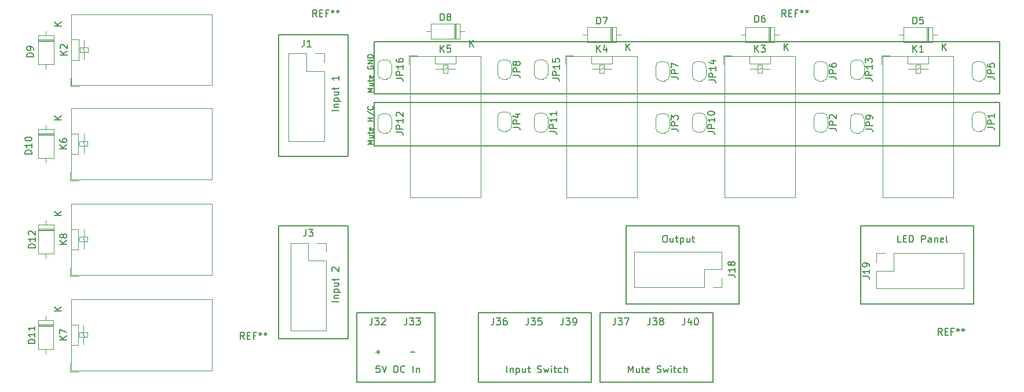
<source format=gbr>
%TF.GenerationSoftware,KiCad,Pcbnew,7.0.6*%
%TF.CreationDate,2023-11-23T12:54:35+01:00*%
%TF.ProjectId,mainboard,6d61696e-626f-4617-9264-2e6b69636164,1*%
%TF.SameCoordinates,Original*%
%TF.FileFunction,Legend,Top*%
%TF.FilePolarity,Positive*%
%FSLAX46Y46*%
G04 Gerber Fmt 4.6, Leading zero omitted, Abs format (unit mm)*
G04 Created by KiCad (PCBNEW 7.0.6) date 2023-11-23 12:54:35*
%MOMM*%
%LPD*%
G01*
G04 APERTURE LIST*
%ADD10C,0.150000*%
%ADD11C,0.120000*%
G04 APERTURE END LIST*
D10*
X118110000Y-89238500D02*
X209550000Y-89238500D01*
X209550000Y-95588500D01*
X118110000Y-95588500D01*
X118110000Y-89238500D01*
X118110000Y-80348500D02*
X209550000Y-80348500D01*
X209550000Y-87968500D01*
X118110000Y-87968500D01*
X118110000Y-80348500D01*
X118004295Y-87679339D02*
X117204295Y-87679339D01*
X117204295Y-87679339D02*
X117775723Y-87412673D01*
X117775723Y-87412673D02*
X117204295Y-87146006D01*
X117204295Y-87146006D02*
X118004295Y-87146006D01*
X117470961Y-86422196D02*
X118004295Y-86422196D01*
X117470961Y-86765053D02*
X117890009Y-86765053D01*
X117890009Y-86765053D02*
X117966200Y-86726958D01*
X117966200Y-86726958D02*
X118004295Y-86650768D01*
X118004295Y-86650768D02*
X118004295Y-86536482D01*
X118004295Y-86536482D02*
X117966200Y-86460291D01*
X117966200Y-86460291D02*
X117928104Y-86422196D01*
X117470961Y-86155529D02*
X117470961Y-85850767D01*
X117204295Y-86041243D02*
X117890009Y-86041243D01*
X117890009Y-86041243D02*
X117966200Y-86003148D01*
X117966200Y-86003148D02*
X118004295Y-85926958D01*
X118004295Y-85926958D02*
X118004295Y-85850767D01*
X117966200Y-85279338D02*
X118004295Y-85355529D01*
X118004295Y-85355529D02*
X118004295Y-85507910D01*
X118004295Y-85507910D02*
X117966200Y-85584100D01*
X117966200Y-85584100D02*
X117890009Y-85622196D01*
X117890009Y-85622196D02*
X117585247Y-85622196D01*
X117585247Y-85622196D02*
X117509057Y-85584100D01*
X117509057Y-85584100D02*
X117470961Y-85507910D01*
X117470961Y-85507910D02*
X117470961Y-85355529D01*
X117470961Y-85355529D02*
X117509057Y-85279338D01*
X117509057Y-85279338D02*
X117585247Y-85241243D01*
X117585247Y-85241243D02*
X117661438Y-85241243D01*
X117661438Y-85241243D02*
X117737628Y-85622196D01*
X117242390Y-83869815D02*
X117204295Y-83946005D01*
X117204295Y-83946005D02*
X117204295Y-84060291D01*
X117204295Y-84060291D02*
X117242390Y-84174577D01*
X117242390Y-84174577D02*
X117318580Y-84250767D01*
X117318580Y-84250767D02*
X117394771Y-84288862D01*
X117394771Y-84288862D02*
X117547152Y-84326958D01*
X117547152Y-84326958D02*
X117661438Y-84326958D01*
X117661438Y-84326958D02*
X117813819Y-84288862D01*
X117813819Y-84288862D02*
X117890009Y-84250767D01*
X117890009Y-84250767D02*
X117966200Y-84174577D01*
X117966200Y-84174577D02*
X118004295Y-84060291D01*
X118004295Y-84060291D02*
X118004295Y-83984100D01*
X118004295Y-83984100D02*
X117966200Y-83869815D01*
X117966200Y-83869815D02*
X117928104Y-83831719D01*
X117928104Y-83831719D02*
X117661438Y-83831719D01*
X117661438Y-83831719D02*
X117661438Y-83984100D01*
X118004295Y-83488862D02*
X117204295Y-83488862D01*
X117204295Y-83488862D02*
X118004295Y-83031719D01*
X118004295Y-83031719D02*
X117204295Y-83031719D01*
X118004295Y-82650767D02*
X117204295Y-82650767D01*
X117204295Y-82650767D02*
X117204295Y-82460291D01*
X117204295Y-82460291D02*
X117242390Y-82346005D01*
X117242390Y-82346005D02*
X117318580Y-82269815D01*
X117318580Y-82269815D02*
X117394771Y-82231720D01*
X117394771Y-82231720D02*
X117547152Y-82193624D01*
X117547152Y-82193624D02*
X117661438Y-82193624D01*
X117661438Y-82193624D02*
X117813819Y-82231720D01*
X117813819Y-82231720D02*
X117890009Y-82269815D01*
X117890009Y-82269815D02*
X117966200Y-82346005D01*
X117966200Y-82346005D02*
X118004295Y-82460291D01*
X118004295Y-82460291D02*
X118004295Y-82650767D01*
X118004295Y-95299339D02*
X117204295Y-95299339D01*
X117204295Y-95299339D02*
X117775723Y-95032673D01*
X117775723Y-95032673D02*
X117204295Y-94766006D01*
X117204295Y-94766006D02*
X118004295Y-94766006D01*
X117470961Y-94042196D02*
X118004295Y-94042196D01*
X117470961Y-94385053D02*
X117890009Y-94385053D01*
X117890009Y-94385053D02*
X117966200Y-94346958D01*
X117966200Y-94346958D02*
X118004295Y-94270768D01*
X118004295Y-94270768D02*
X118004295Y-94156482D01*
X118004295Y-94156482D02*
X117966200Y-94080291D01*
X117966200Y-94080291D02*
X117928104Y-94042196D01*
X117470961Y-93775529D02*
X117470961Y-93470767D01*
X117204295Y-93661243D02*
X117890009Y-93661243D01*
X117890009Y-93661243D02*
X117966200Y-93623148D01*
X117966200Y-93623148D02*
X118004295Y-93546958D01*
X118004295Y-93546958D02*
X118004295Y-93470767D01*
X117966200Y-92899338D02*
X118004295Y-92975529D01*
X118004295Y-92975529D02*
X118004295Y-93127910D01*
X118004295Y-93127910D02*
X117966200Y-93204100D01*
X117966200Y-93204100D02*
X117890009Y-93242196D01*
X117890009Y-93242196D02*
X117585247Y-93242196D01*
X117585247Y-93242196D02*
X117509057Y-93204100D01*
X117509057Y-93204100D02*
X117470961Y-93127910D01*
X117470961Y-93127910D02*
X117470961Y-92975529D01*
X117470961Y-92975529D02*
X117509057Y-92899338D01*
X117509057Y-92899338D02*
X117585247Y-92861243D01*
X117585247Y-92861243D02*
X117661438Y-92861243D01*
X117661438Y-92861243D02*
X117737628Y-93242196D01*
X118004295Y-91908862D02*
X117204295Y-91908862D01*
X117585247Y-91908862D02*
X117585247Y-91451719D01*
X118004295Y-91451719D02*
X117204295Y-91451719D01*
X117166200Y-90499339D02*
X118194771Y-91185053D01*
X117928104Y-89775529D02*
X117966200Y-89813625D01*
X117966200Y-89813625D02*
X118004295Y-89927910D01*
X118004295Y-89927910D02*
X118004295Y-90004101D01*
X118004295Y-90004101D02*
X117966200Y-90118387D01*
X117966200Y-90118387D02*
X117890009Y-90194577D01*
X117890009Y-90194577D02*
X117813819Y-90232672D01*
X117813819Y-90232672D02*
X117661438Y-90270768D01*
X117661438Y-90270768D02*
X117547152Y-90270768D01*
X117547152Y-90270768D02*
X117394771Y-90232672D01*
X117394771Y-90232672D02*
X117318580Y-90194577D01*
X117318580Y-90194577D02*
X117242390Y-90118387D01*
X117242390Y-90118387D02*
X117204295Y-90004101D01*
X117204295Y-90004101D02*
X117204295Y-89927910D01*
X117204295Y-89927910D02*
X117242390Y-89813625D01*
X117242390Y-89813625D02*
X117280485Y-89775529D01*
X118399160Y-125658033D02*
X119008684Y-125658033D01*
X118703922Y-125962795D02*
X118703922Y-125353271D01*
X123479160Y-125658033D02*
X124088684Y-125658033D01*
X151167000Y-119935500D02*
X167677000Y-119935500D01*
X167677000Y-130095500D01*
X151167000Y-130095500D01*
X151167000Y-119935500D01*
X115607000Y-119935500D02*
X127037000Y-119935500D01*
X127037000Y-130095500D01*
X115607000Y-130095500D01*
X115607000Y-119935500D01*
X104177000Y-107235500D02*
X114337000Y-107235500D01*
X114337000Y-123745500D01*
X104177000Y-123745500D01*
X104177000Y-107235500D01*
X133387000Y-119935500D02*
X149897000Y-119935500D01*
X149897000Y-130095500D01*
X133387000Y-130095500D01*
X133387000Y-119935500D01*
X154977000Y-107235500D02*
X171487000Y-107235500D01*
X171487000Y-118665500D01*
X154977000Y-118665500D01*
X154977000Y-107235500D01*
X104177000Y-79295500D02*
X114337000Y-79295500D01*
X114337000Y-97075500D01*
X104177000Y-97075500D01*
X104177000Y-79295500D01*
X189267000Y-107235500D02*
X205777000Y-107235500D01*
X205777000Y-118665500D01*
X189267000Y-118665500D01*
X189267000Y-107235500D01*
X155313779Y-128695319D02*
X155313779Y-127695319D01*
X155313779Y-127695319D02*
X155647112Y-128409604D01*
X155647112Y-128409604D02*
X155980445Y-127695319D01*
X155980445Y-127695319D02*
X155980445Y-128695319D01*
X156885207Y-128028652D02*
X156885207Y-128695319D01*
X156456636Y-128028652D02*
X156456636Y-128552461D01*
X156456636Y-128552461D02*
X156504255Y-128647700D01*
X156504255Y-128647700D02*
X156599493Y-128695319D01*
X156599493Y-128695319D02*
X156742350Y-128695319D01*
X156742350Y-128695319D02*
X156837588Y-128647700D01*
X156837588Y-128647700D02*
X156885207Y-128600080D01*
X157218541Y-128028652D02*
X157599493Y-128028652D01*
X157361398Y-127695319D02*
X157361398Y-128552461D01*
X157361398Y-128552461D02*
X157409017Y-128647700D01*
X157409017Y-128647700D02*
X157504255Y-128695319D01*
X157504255Y-128695319D02*
X157599493Y-128695319D01*
X158313779Y-128647700D02*
X158218541Y-128695319D01*
X158218541Y-128695319D02*
X158028065Y-128695319D01*
X158028065Y-128695319D02*
X157932827Y-128647700D01*
X157932827Y-128647700D02*
X157885208Y-128552461D01*
X157885208Y-128552461D02*
X157885208Y-128171509D01*
X157885208Y-128171509D02*
X157932827Y-128076271D01*
X157932827Y-128076271D02*
X158028065Y-128028652D01*
X158028065Y-128028652D02*
X158218541Y-128028652D01*
X158218541Y-128028652D02*
X158313779Y-128076271D01*
X158313779Y-128076271D02*
X158361398Y-128171509D01*
X158361398Y-128171509D02*
X158361398Y-128266747D01*
X158361398Y-128266747D02*
X157885208Y-128361985D01*
X159504256Y-128647700D02*
X159647113Y-128695319D01*
X159647113Y-128695319D02*
X159885208Y-128695319D01*
X159885208Y-128695319D02*
X159980446Y-128647700D01*
X159980446Y-128647700D02*
X160028065Y-128600080D01*
X160028065Y-128600080D02*
X160075684Y-128504842D01*
X160075684Y-128504842D02*
X160075684Y-128409604D01*
X160075684Y-128409604D02*
X160028065Y-128314366D01*
X160028065Y-128314366D02*
X159980446Y-128266747D01*
X159980446Y-128266747D02*
X159885208Y-128219128D01*
X159885208Y-128219128D02*
X159694732Y-128171509D01*
X159694732Y-128171509D02*
X159599494Y-128123890D01*
X159599494Y-128123890D02*
X159551875Y-128076271D01*
X159551875Y-128076271D02*
X159504256Y-127981033D01*
X159504256Y-127981033D02*
X159504256Y-127885795D01*
X159504256Y-127885795D02*
X159551875Y-127790557D01*
X159551875Y-127790557D02*
X159599494Y-127742938D01*
X159599494Y-127742938D02*
X159694732Y-127695319D01*
X159694732Y-127695319D02*
X159932827Y-127695319D01*
X159932827Y-127695319D02*
X160075684Y-127742938D01*
X160409018Y-128028652D02*
X160599494Y-128695319D01*
X160599494Y-128695319D02*
X160789970Y-128219128D01*
X160789970Y-128219128D02*
X160980446Y-128695319D01*
X160980446Y-128695319D02*
X161170922Y-128028652D01*
X161551875Y-128695319D02*
X161551875Y-128028652D01*
X161551875Y-127695319D02*
X161504256Y-127742938D01*
X161504256Y-127742938D02*
X161551875Y-127790557D01*
X161551875Y-127790557D02*
X161599494Y-127742938D01*
X161599494Y-127742938D02*
X161551875Y-127695319D01*
X161551875Y-127695319D02*
X161551875Y-127790557D01*
X161885208Y-128028652D02*
X162266160Y-128028652D01*
X162028065Y-127695319D02*
X162028065Y-128552461D01*
X162028065Y-128552461D02*
X162075684Y-128647700D01*
X162075684Y-128647700D02*
X162170922Y-128695319D01*
X162170922Y-128695319D02*
X162266160Y-128695319D01*
X163028065Y-128647700D02*
X162932827Y-128695319D01*
X162932827Y-128695319D02*
X162742351Y-128695319D01*
X162742351Y-128695319D02*
X162647113Y-128647700D01*
X162647113Y-128647700D02*
X162599494Y-128600080D01*
X162599494Y-128600080D02*
X162551875Y-128504842D01*
X162551875Y-128504842D02*
X162551875Y-128219128D01*
X162551875Y-128219128D02*
X162599494Y-128123890D01*
X162599494Y-128123890D02*
X162647113Y-128076271D01*
X162647113Y-128076271D02*
X162742351Y-128028652D01*
X162742351Y-128028652D02*
X162932827Y-128028652D01*
X162932827Y-128028652D02*
X163028065Y-128076271D01*
X163456637Y-128695319D02*
X163456637Y-127695319D01*
X163885208Y-128695319D02*
X163885208Y-128171509D01*
X163885208Y-128171509D02*
X163837589Y-128076271D01*
X163837589Y-128076271D02*
X163742351Y-128028652D01*
X163742351Y-128028652D02*
X163599494Y-128028652D01*
X163599494Y-128028652D02*
X163504256Y-128076271D01*
X163504256Y-128076271D02*
X163456637Y-128123890D01*
X112936819Y-118328720D02*
X111936819Y-118328720D01*
X112270152Y-117852530D02*
X112936819Y-117852530D01*
X112365390Y-117852530D02*
X112317771Y-117804911D01*
X112317771Y-117804911D02*
X112270152Y-117709673D01*
X112270152Y-117709673D02*
X112270152Y-117566816D01*
X112270152Y-117566816D02*
X112317771Y-117471578D01*
X112317771Y-117471578D02*
X112413009Y-117423959D01*
X112413009Y-117423959D02*
X112936819Y-117423959D01*
X112270152Y-116947768D02*
X113270152Y-116947768D01*
X112317771Y-116947768D02*
X112270152Y-116852530D01*
X112270152Y-116852530D02*
X112270152Y-116662054D01*
X112270152Y-116662054D02*
X112317771Y-116566816D01*
X112317771Y-116566816D02*
X112365390Y-116519197D01*
X112365390Y-116519197D02*
X112460628Y-116471578D01*
X112460628Y-116471578D02*
X112746342Y-116471578D01*
X112746342Y-116471578D02*
X112841580Y-116519197D01*
X112841580Y-116519197D02*
X112889200Y-116566816D01*
X112889200Y-116566816D02*
X112936819Y-116662054D01*
X112936819Y-116662054D02*
X112936819Y-116852530D01*
X112936819Y-116852530D02*
X112889200Y-116947768D01*
X112270152Y-115614435D02*
X112936819Y-115614435D01*
X112270152Y-116043006D02*
X112793961Y-116043006D01*
X112793961Y-116043006D02*
X112889200Y-115995387D01*
X112889200Y-115995387D02*
X112936819Y-115900149D01*
X112936819Y-115900149D02*
X112936819Y-115757292D01*
X112936819Y-115757292D02*
X112889200Y-115662054D01*
X112889200Y-115662054D02*
X112841580Y-115614435D01*
X112270152Y-115281101D02*
X112270152Y-114900149D01*
X111936819Y-115138244D02*
X112793961Y-115138244D01*
X112793961Y-115138244D02*
X112889200Y-115090625D01*
X112889200Y-115090625D02*
X112936819Y-114995387D01*
X112936819Y-114995387D02*
X112936819Y-114900149D01*
X112032057Y-113852529D02*
X111984438Y-113804910D01*
X111984438Y-113804910D02*
X111936819Y-113709672D01*
X111936819Y-113709672D02*
X111936819Y-113471577D01*
X111936819Y-113471577D02*
X111984438Y-113376339D01*
X111984438Y-113376339D02*
X112032057Y-113328720D01*
X112032057Y-113328720D02*
X112127295Y-113281101D01*
X112127295Y-113281101D02*
X112222533Y-113281101D01*
X112222533Y-113281101D02*
X112365390Y-113328720D01*
X112365390Y-113328720D02*
X112936819Y-113900148D01*
X112936819Y-113900148D02*
X112936819Y-113281101D01*
X112936819Y-90388720D02*
X111936819Y-90388720D01*
X112270152Y-89912530D02*
X112936819Y-89912530D01*
X112365390Y-89912530D02*
X112317771Y-89864911D01*
X112317771Y-89864911D02*
X112270152Y-89769673D01*
X112270152Y-89769673D02*
X112270152Y-89626816D01*
X112270152Y-89626816D02*
X112317771Y-89531578D01*
X112317771Y-89531578D02*
X112413009Y-89483959D01*
X112413009Y-89483959D02*
X112936819Y-89483959D01*
X112270152Y-89007768D02*
X113270152Y-89007768D01*
X112317771Y-89007768D02*
X112270152Y-88912530D01*
X112270152Y-88912530D02*
X112270152Y-88722054D01*
X112270152Y-88722054D02*
X112317771Y-88626816D01*
X112317771Y-88626816D02*
X112365390Y-88579197D01*
X112365390Y-88579197D02*
X112460628Y-88531578D01*
X112460628Y-88531578D02*
X112746342Y-88531578D01*
X112746342Y-88531578D02*
X112841580Y-88579197D01*
X112841580Y-88579197D02*
X112889200Y-88626816D01*
X112889200Y-88626816D02*
X112936819Y-88722054D01*
X112936819Y-88722054D02*
X112936819Y-88912530D01*
X112936819Y-88912530D02*
X112889200Y-89007768D01*
X112270152Y-87674435D02*
X112936819Y-87674435D01*
X112270152Y-88103006D02*
X112793961Y-88103006D01*
X112793961Y-88103006D02*
X112889200Y-88055387D01*
X112889200Y-88055387D02*
X112936819Y-87960149D01*
X112936819Y-87960149D02*
X112936819Y-87817292D01*
X112936819Y-87817292D02*
X112889200Y-87722054D01*
X112889200Y-87722054D02*
X112841580Y-87674435D01*
X112270152Y-87341101D02*
X112270152Y-86960149D01*
X111936819Y-87198244D02*
X112793961Y-87198244D01*
X112793961Y-87198244D02*
X112889200Y-87150625D01*
X112889200Y-87150625D02*
X112936819Y-87055387D01*
X112936819Y-87055387D02*
X112936819Y-86960149D01*
X112936819Y-85341101D02*
X112936819Y-85912529D01*
X112936819Y-85626815D02*
X111936819Y-85626815D01*
X111936819Y-85626815D02*
X112079676Y-85722053D01*
X112079676Y-85722053D02*
X112174914Y-85817291D01*
X112174914Y-85817291D02*
X112222533Y-85912529D01*
X195159969Y-109645319D02*
X194683779Y-109645319D01*
X194683779Y-109645319D02*
X194683779Y-108645319D01*
X195493303Y-109121509D02*
X195826636Y-109121509D01*
X195969493Y-109645319D02*
X195493303Y-109645319D01*
X195493303Y-109645319D02*
X195493303Y-108645319D01*
X195493303Y-108645319D02*
X195969493Y-108645319D01*
X196398065Y-109645319D02*
X196398065Y-108645319D01*
X196398065Y-108645319D02*
X196636160Y-108645319D01*
X196636160Y-108645319D02*
X196779017Y-108692938D01*
X196779017Y-108692938D02*
X196874255Y-108788176D01*
X196874255Y-108788176D02*
X196921874Y-108883414D01*
X196921874Y-108883414D02*
X196969493Y-109073890D01*
X196969493Y-109073890D02*
X196969493Y-109216747D01*
X196969493Y-109216747D02*
X196921874Y-109407223D01*
X196921874Y-109407223D02*
X196874255Y-109502461D01*
X196874255Y-109502461D02*
X196779017Y-109597700D01*
X196779017Y-109597700D02*
X196636160Y-109645319D01*
X196636160Y-109645319D02*
X196398065Y-109645319D01*
X198159970Y-109645319D02*
X198159970Y-108645319D01*
X198159970Y-108645319D02*
X198540922Y-108645319D01*
X198540922Y-108645319D02*
X198636160Y-108692938D01*
X198636160Y-108692938D02*
X198683779Y-108740557D01*
X198683779Y-108740557D02*
X198731398Y-108835795D01*
X198731398Y-108835795D02*
X198731398Y-108978652D01*
X198731398Y-108978652D02*
X198683779Y-109073890D01*
X198683779Y-109073890D02*
X198636160Y-109121509D01*
X198636160Y-109121509D02*
X198540922Y-109169128D01*
X198540922Y-109169128D02*
X198159970Y-109169128D01*
X199588541Y-109645319D02*
X199588541Y-109121509D01*
X199588541Y-109121509D02*
X199540922Y-109026271D01*
X199540922Y-109026271D02*
X199445684Y-108978652D01*
X199445684Y-108978652D02*
X199255208Y-108978652D01*
X199255208Y-108978652D02*
X199159970Y-109026271D01*
X199588541Y-109597700D02*
X199493303Y-109645319D01*
X199493303Y-109645319D02*
X199255208Y-109645319D01*
X199255208Y-109645319D02*
X199159970Y-109597700D01*
X199159970Y-109597700D02*
X199112351Y-109502461D01*
X199112351Y-109502461D02*
X199112351Y-109407223D01*
X199112351Y-109407223D02*
X199159970Y-109311985D01*
X199159970Y-109311985D02*
X199255208Y-109264366D01*
X199255208Y-109264366D02*
X199493303Y-109264366D01*
X199493303Y-109264366D02*
X199588541Y-109216747D01*
X200064732Y-108978652D02*
X200064732Y-109645319D01*
X200064732Y-109073890D02*
X200112351Y-109026271D01*
X200112351Y-109026271D02*
X200207589Y-108978652D01*
X200207589Y-108978652D02*
X200350446Y-108978652D01*
X200350446Y-108978652D02*
X200445684Y-109026271D01*
X200445684Y-109026271D02*
X200493303Y-109121509D01*
X200493303Y-109121509D02*
X200493303Y-109645319D01*
X201350446Y-109597700D02*
X201255208Y-109645319D01*
X201255208Y-109645319D02*
X201064732Y-109645319D01*
X201064732Y-109645319D02*
X200969494Y-109597700D01*
X200969494Y-109597700D02*
X200921875Y-109502461D01*
X200921875Y-109502461D02*
X200921875Y-109121509D01*
X200921875Y-109121509D02*
X200969494Y-109026271D01*
X200969494Y-109026271D02*
X201064732Y-108978652D01*
X201064732Y-108978652D02*
X201255208Y-108978652D01*
X201255208Y-108978652D02*
X201350446Y-109026271D01*
X201350446Y-109026271D02*
X201398065Y-109121509D01*
X201398065Y-109121509D02*
X201398065Y-109216747D01*
X201398065Y-109216747D02*
X200921875Y-109311985D01*
X201969494Y-109645319D02*
X201874256Y-109597700D01*
X201874256Y-109597700D02*
X201826637Y-109502461D01*
X201826637Y-109502461D02*
X201826637Y-108645319D01*
X160584255Y-108645319D02*
X160774731Y-108645319D01*
X160774731Y-108645319D02*
X160869969Y-108692938D01*
X160869969Y-108692938D02*
X160965207Y-108788176D01*
X160965207Y-108788176D02*
X161012826Y-108978652D01*
X161012826Y-108978652D02*
X161012826Y-109311985D01*
X161012826Y-109311985D02*
X160965207Y-109502461D01*
X160965207Y-109502461D02*
X160869969Y-109597700D01*
X160869969Y-109597700D02*
X160774731Y-109645319D01*
X160774731Y-109645319D02*
X160584255Y-109645319D01*
X160584255Y-109645319D02*
X160489017Y-109597700D01*
X160489017Y-109597700D02*
X160393779Y-109502461D01*
X160393779Y-109502461D02*
X160346160Y-109311985D01*
X160346160Y-109311985D02*
X160346160Y-108978652D01*
X160346160Y-108978652D02*
X160393779Y-108788176D01*
X160393779Y-108788176D02*
X160489017Y-108692938D01*
X160489017Y-108692938D02*
X160584255Y-108645319D01*
X161869969Y-108978652D02*
X161869969Y-109645319D01*
X161441398Y-108978652D02*
X161441398Y-109502461D01*
X161441398Y-109502461D02*
X161489017Y-109597700D01*
X161489017Y-109597700D02*
X161584255Y-109645319D01*
X161584255Y-109645319D02*
X161727112Y-109645319D01*
X161727112Y-109645319D02*
X161822350Y-109597700D01*
X161822350Y-109597700D02*
X161869969Y-109550080D01*
X162203303Y-108978652D02*
X162584255Y-108978652D01*
X162346160Y-108645319D02*
X162346160Y-109502461D01*
X162346160Y-109502461D02*
X162393779Y-109597700D01*
X162393779Y-109597700D02*
X162489017Y-109645319D01*
X162489017Y-109645319D02*
X162584255Y-109645319D01*
X162917589Y-108978652D02*
X162917589Y-109978652D01*
X162917589Y-109026271D02*
X163012827Y-108978652D01*
X163012827Y-108978652D02*
X163203303Y-108978652D01*
X163203303Y-108978652D02*
X163298541Y-109026271D01*
X163298541Y-109026271D02*
X163346160Y-109073890D01*
X163346160Y-109073890D02*
X163393779Y-109169128D01*
X163393779Y-109169128D02*
X163393779Y-109454842D01*
X163393779Y-109454842D02*
X163346160Y-109550080D01*
X163346160Y-109550080D02*
X163298541Y-109597700D01*
X163298541Y-109597700D02*
X163203303Y-109645319D01*
X163203303Y-109645319D02*
X163012827Y-109645319D01*
X163012827Y-109645319D02*
X162917589Y-109597700D01*
X164250922Y-108978652D02*
X164250922Y-109645319D01*
X163822351Y-108978652D02*
X163822351Y-109502461D01*
X163822351Y-109502461D02*
X163869970Y-109597700D01*
X163869970Y-109597700D02*
X163965208Y-109645319D01*
X163965208Y-109645319D02*
X164108065Y-109645319D01*
X164108065Y-109645319D02*
X164203303Y-109597700D01*
X164203303Y-109597700D02*
X164250922Y-109550080D01*
X164584256Y-108978652D02*
X164965208Y-108978652D01*
X164727113Y-108645319D02*
X164727113Y-109502461D01*
X164727113Y-109502461D02*
X164774732Y-109597700D01*
X164774732Y-109597700D02*
X164869970Y-109645319D01*
X164869970Y-109645319D02*
X164965208Y-109645319D01*
X137533779Y-128695319D02*
X137533779Y-127695319D01*
X138009969Y-128028652D02*
X138009969Y-128695319D01*
X138009969Y-128123890D02*
X138057588Y-128076271D01*
X138057588Y-128076271D02*
X138152826Y-128028652D01*
X138152826Y-128028652D02*
X138295683Y-128028652D01*
X138295683Y-128028652D02*
X138390921Y-128076271D01*
X138390921Y-128076271D02*
X138438540Y-128171509D01*
X138438540Y-128171509D02*
X138438540Y-128695319D01*
X138914731Y-128028652D02*
X138914731Y-129028652D01*
X138914731Y-128076271D02*
X139009969Y-128028652D01*
X139009969Y-128028652D02*
X139200445Y-128028652D01*
X139200445Y-128028652D02*
X139295683Y-128076271D01*
X139295683Y-128076271D02*
X139343302Y-128123890D01*
X139343302Y-128123890D02*
X139390921Y-128219128D01*
X139390921Y-128219128D02*
X139390921Y-128504842D01*
X139390921Y-128504842D02*
X139343302Y-128600080D01*
X139343302Y-128600080D02*
X139295683Y-128647700D01*
X139295683Y-128647700D02*
X139200445Y-128695319D01*
X139200445Y-128695319D02*
X139009969Y-128695319D01*
X139009969Y-128695319D02*
X138914731Y-128647700D01*
X140248064Y-128028652D02*
X140248064Y-128695319D01*
X139819493Y-128028652D02*
X139819493Y-128552461D01*
X139819493Y-128552461D02*
X139867112Y-128647700D01*
X139867112Y-128647700D02*
X139962350Y-128695319D01*
X139962350Y-128695319D02*
X140105207Y-128695319D01*
X140105207Y-128695319D02*
X140200445Y-128647700D01*
X140200445Y-128647700D02*
X140248064Y-128600080D01*
X140581398Y-128028652D02*
X140962350Y-128028652D01*
X140724255Y-127695319D02*
X140724255Y-128552461D01*
X140724255Y-128552461D02*
X140771874Y-128647700D01*
X140771874Y-128647700D02*
X140867112Y-128695319D01*
X140867112Y-128695319D02*
X140962350Y-128695319D01*
X142009970Y-128647700D02*
X142152827Y-128695319D01*
X142152827Y-128695319D02*
X142390922Y-128695319D01*
X142390922Y-128695319D02*
X142486160Y-128647700D01*
X142486160Y-128647700D02*
X142533779Y-128600080D01*
X142533779Y-128600080D02*
X142581398Y-128504842D01*
X142581398Y-128504842D02*
X142581398Y-128409604D01*
X142581398Y-128409604D02*
X142533779Y-128314366D01*
X142533779Y-128314366D02*
X142486160Y-128266747D01*
X142486160Y-128266747D02*
X142390922Y-128219128D01*
X142390922Y-128219128D02*
X142200446Y-128171509D01*
X142200446Y-128171509D02*
X142105208Y-128123890D01*
X142105208Y-128123890D02*
X142057589Y-128076271D01*
X142057589Y-128076271D02*
X142009970Y-127981033D01*
X142009970Y-127981033D02*
X142009970Y-127885795D01*
X142009970Y-127885795D02*
X142057589Y-127790557D01*
X142057589Y-127790557D02*
X142105208Y-127742938D01*
X142105208Y-127742938D02*
X142200446Y-127695319D01*
X142200446Y-127695319D02*
X142438541Y-127695319D01*
X142438541Y-127695319D02*
X142581398Y-127742938D01*
X142914732Y-128028652D02*
X143105208Y-128695319D01*
X143105208Y-128695319D02*
X143295684Y-128219128D01*
X143295684Y-128219128D02*
X143486160Y-128695319D01*
X143486160Y-128695319D02*
X143676636Y-128028652D01*
X144057589Y-128695319D02*
X144057589Y-128028652D01*
X144057589Y-127695319D02*
X144009970Y-127742938D01*
X144009970Y-127742938D02*
X144057589Y-127790557D01*
X144057589Y-127790557D02*
X144105208Y-127742938D01*
X144105208Y-127742938D02*
X144057589Y-127695319D01*
X144057589Y-127695319D02*
X144057589Y-127790557D01*
X144390922Y-128028652D02*
X144771874Y-128028652D01*
X144533779Y-127695319D02*
X144533779Y-128552461D01*
X144533779Y-128552461D02*
X144581398Y-128647700D01*
X144581398Y-128647700D02*
X144676636Y-128695319D01*
X144676636Y-128695319D02*
X144771874Y-128695319D01*
X145533779Y-128647700D02*
X145438541Y-128695319D01*
X145438541Y-128695319D02*
X145248065Y-128695319D01*
X145248065Y-128695319D02*
X145152827Y-128647700D01*
X145152827Y-128647700D02*
X145105208Y-128600080D01*
X145105208Y-128600080D02*
X145057589Y-128504842D01*
X145057589Y-128504842D02*
X145057589Y-128219128D01*
X145057589Y-128219128D02*
X145105208Y-128123890D01*
X145105208Y-128123890D02*
X145152827Y-128076271D01*
X145152827Y-128076271D02*
X145248065Y-128028652D01*
X145248065Y-128028652D02*
X145438541Y-128028652D01*
X145438541Y-128028652D02*
X145533779Y-128076271D01*
X145962351Y-128695319D02*
X145962351Y-127695319D01*
X146390922Y-128695319D02*
X146390922Y-128171509D01*
X146390922Y-128171509D02*
X146343303Y-128076271D01*
X146343303Y-128076271D02*
X146248065Y-128028652D01*
X146248065Y-128028652D02*
X146105208Y-128028652D01*
X146105208Y-128028652D02*
X146009970Y-128076271D01*
X146009970Y-128076271D02*
X145962351Y-128123890D01*
X118959969Y-127695319D02*
X118483779Y-127695319D01*
X118483779Y-127695319D02*
X118436160Y-128171509D01*
X118436160Y-128171509D02*
X118483779Y-128123890D01*
X118483779Y-128123890D02*
X118579017Y-128076271D01*
X118579017Y-128076271D02*
X118817112Y-128076271D01*
X118817112Y-128076271D02*
X118912350Y-128123890D01*
X118912350Y-128123890D02*
X118959969Y-128171509D01*
X118959969Y-128171509D02*
X119007588Y-128266747D01*
X119007588Y-128266747D02*
X119007588Y-128504842D01*
X119007588Y-128504842D02*
X118959969Y-128600080D01*
X118959969Y-128600080D02*
X118912350Y-128647700D01*
X118912350Y-128647700D02*
X118817112Y-128695319D01*
X118817112Y-128695319D02*
X118579017Y-128695319D01*
X118579017Y-128695319D02*
X118483779Y-128647700D01*
X118483779Y-128647700D02*
X118436160Y-128600080D01*
X119293303Y-127695319D02*
X119626636Y-128695319D01*
X119626636Y-128695319D02*
X119959969Y-127695319D01*
X121055208Y-128695319D02*
X121055208Y-127695319D01*
X121055208Y-127695319D02*
X121293303Y-127695319D01*
X121293303Y-127695319D02*
X121436160Y-127742938D01*
X121436160Y-127742938D02*
X121531398Y-127838176D01*
X121531398Y-127838176D02*
X121579017Y-127933414D01*
X121579017Y-127933414D02*
X121626636Y-128123890D01*
X121626636Y-128123890D02*
X121626636Y-128266747D01*
X121626636Y-128266747D02*
X121579017Y-128457223D01*
X121579017Y-128457223D02*
X121531398Y-128552461D01*
X121531398Y-128552461D02*
X121436160Y-128647700D01*
X121436160Y-128647700D02*
X121293303Y-128695319D01*
X121293303Y-128695319D02*
X121055208Y-128695319D01*
X122626636Y-128600080D02*
X122579017Y-128647700D01*
X122579017Y-128647700D02*
X122436160Y-128695319D01*
X122436160Y-128695319D02*
X122340922Y-128695319D01*
X122340922Y-128695319D02*
X122198065Y-128647700D01*
X122198065Y-128647700D02*
X122102827Y-128552461D01*
X122102827Y-128552461D02*
X122055208Y-128457223D01*
X122055208Y-128457223D02*
X122007589Y-128266747D01*
X122007589Y-128266747D02*
X122007589Y-128123890D01*
X122007589Y-128123890D02*
X122055208Y-127933414D01*
X122055208Y-127933414D02*
X122102827Y-127838176D01*
X122102827Y-127838176D02*
X122198065Y-127742938D01*
X122198065Y-127742938D02*
X122340922Y-127695319D01*
X122340922Y-127695319D02*
X122436160Y-127695319D01*
X122436160Y-127695319D02*
X122579017Y-127742938D01*
X122579017Y-127742938D02*
X122626636Y-127790557D01*
X123817113Y-128695319D02*
X123817113Y-127695319D01*
X124293303Y-128028652D02*
X124293303Y-128695319D01*
X124293303Y-128123890D02*
X124340922Y-128076271D01*
X124340922Y-128076271D02*
X124436160Y-128028652D01*
X124436160Y-128028652D02*
X124579017Y-128028652D01*
X124579017Y-128028652D02*
X124674255Y-128076271D01*
X124674255Y-128076271D02*
X124721874Y-128171509D01*
X124721874Y-128171509D02*
X124721874Y-128695319D01*
X135625476Y-120730319D02*
X135625476Y-121444604D01*
X135625476Y-121444604D02*
X135577857Y-121587461D01*
X135577857Y-121587461D02*
X135482619Y-121682700D01*
X135482619Y-121682700D02*
X135339762Y-121730319D01*
X135339762Y-121730319D02*
X135244524Y-121730319D01*
X136006429Y-120730319D02*
X136625476Y-120730319D01*
X136625476Y-120730319D02*
X136292143Y-121111271D01*
X136292143Y-121111271D02*
X136435000Y-121111271D01*
X136435000Y-121111271D02*
X136530238Y-121158890D01*
X136530238Y-121158890D02*
X136577857Y-121206509D01*
X136577857Y-121206509D02*
X136625476Y-121301747D01*
X136625476Y-121301747D02*
X136625476Y-121539842D01*
X136625476Y-121539842D02*
X136577857Y-121635080D01*
X136577857Y-121635080D02*
X136530238Y-121682700D01*
X136530238Y-121682700D02*
X136435000Y-121730319D01*
X136435000Y-121730319D02*
X136149286Y-121730319D01*
X136149286Y-121730319D02*
X136054048Y-121682700D01*
X136054048Y-121682700D02*
X136006429Y-121635080D01*
X137482619Y-120730319D02*
X137292143Y-120730319D01*
X137292143Y-120730319D02*
X137196905Y-120777938D01*
X137196905Y-120777938D02*
X137149286Y-120825557D01*
X137149286Y-120825557D02*
X137054048Y-120968414D01*
X137054048Y-120968414D02*
X137006429Y-121158890D01*
X137006429Y-121158890D02*
X137006429Y-121539842D01*
X137006429Y-121539842D02*
X137054048Y-121635080D01*
X137054048Y-121635080D02*
X137101667Y-121682700D01*
X137101667Y-121682700D02*
X137196905Y-121730319D01*
X137196905Y-121730319D02*
X137387381Y-121730319D01*
X137387381Y-121730319D02*
X137482619Y-121682700D01*
X137482619Y-121682700D02*
X137530238Y-121635080D01*
X137530238Y-121635080D02*
X137577857Y-121539842D01*
X137577857Y-121539842D02*
X137577857Y-121301747D01*
X137577857Y-121301747D02*
X137530238Y-121206509D01*
X137530238Y-121206509D02*
X137482619Y-121158890D01*
X137482619Y-121158890D02*
X137387381Y-121111271D01*
X137387381Y-121111271D02*
X137196905Y-121111271D01*
X137196905Y-121111271D02*
X137101667Y-121158890D01*
X137101667Y-121158890D02*
X137054048Y-121206509D01*
X137054048Y-121206509D02*
X137006429Y-121301747D01*
X145785476Y-120730319D02*
X145785476Y-121444604D01*
X145785476Y-121444604D02*
X145737857Y-121587461D01*
X145737857Y-121587461D02*
X145642619Y-121682700D01*
X145642619Y-121682700D02*
X145499762Y-121730319D01*
X145499762Y-121730319D02*
X145404524Y-121730319D01*
X146166429Y-120730319D02*
X146785476Y-120730319D01*
X146785476Y-120730319D02*
X146452143Y-121111271D01*
X146452143Y-121111271D02*
X146595000Y-121111271D01*
X146595000Y-121111271D02*
X146690238Y-121158890D01*
X146690238Y-121158890D02*
X146737857Y-121206509D01*
X146737857Y-121206509D02*
X146785476Y-121301747D01*
X146785476Y-121301747D02*
X146785476Y-121539842D01*
X146785476Y-121539842D02*
X146737857Y-121635080D01*
X146737857Y-121635080D02*
X146690238Y-121682700D01*
X146690238Y-121682700D02*
X146595000Y-121730319D01*
X146595000Y-121730319D02*
X146309286Y-121730319D01*
X146309286Y-121730319D02*
X146214048Y-121682700D01*
X146214048Y-121682700D02*
X146166429Y-121635080D01*
X147261667Y-121730319D02*
X147452143Y-121730319D01*
X147452143Y-121730319D02*
X147547381Y-121682700D01*
X147547381Y-121682700D02*
X147595000Y-121635080D01*
X147595000Y-121635080D02*
X147690238Y-121492223D01*
X147690238Y-121492223D02*
X147737857Y-121301747D01*
X147737857Y-121301747D02*
X147737857Y-120920795D01*
X147737857Y-120920795D02*
X147690238Y-120825557D01*
X147690238Y-120825557D02*
X147642619Y-120777938D01*
X147642619Y-120777938D02*
X147547381Y-120730319D01*
X147547381Y-120730319D02*
X147356905Y-120730319D01*
X147356905Y-120730319D02*
X147261667Y-120777938D01*
X147261667Y-120777938D02*
X147214048Y-120825557D01*
X147214048Y-120825557D02*
X147166429Y-120920795D01*
X147166429Y-120920795D02*
X147166429Y-121158890D01*
X147166429Y-121158890D02*
X147214048Y-121254128D01*
X147214048Y-121254128D02*
X147261667Y-121301747D01*
X147261667Y-121301747D02*
X147356905Y-121349366D01*
X147356905Y-121349366D02*
X147547381Y-121349366D01*
X147547381Y-121349366D02*
X147642619Y-121301747D01*
X147642619Y-121301747D02*
X147690238Y-121254128D01*
X147690238Y-121254128D02*
X147737857Y-121158890D01*
X184679819Y-85462833D02*
X185394104Y-85462833D01*
X185394104Y-85462833D02*
X185536961Y-85510452D01*
X185536961Y-85510452D02*
X185632200Y-85605690D01*
X185632200Y-85605690D02*
X185679819Y-85748547D01*
X185679819Y-85748547D02*
X185679819Y-85843785D01*
X185679819Y-84986642D02*
X184679819Y-84986642D01*
X184679819Y-84986642D02*
X184679819Y-84605690D01*
X184679819Y-84605690D02*
X184727438Y-84510452D01*
X184727438Y-84510452D02*
X184775057Y-84462833D01*
X184775057Y-84462833D02*
X184870295Y-84415214D01*
X184870295Y-84415214D02*
X185013152Y-84415214D01*
X185013152Y-84415214D02*
X185108390Y-84462833D01*
X185108390Y-84462833D02*
X185156009Y-84510452D01*
X185156009Y-84510452D02*
X185203628Y-84605690D01*
X185203628Y-84605690D02*
X185203628Y-84986642D01*
X184679819Y-83558071D02*
X184679819Y-83748547D01*
X184679819Y-83748547D02*
X184727438Y-83843785D01*
X184727438Y-83843785D02*
X184775057Y-83891404D01*
X184775057Y-83891404D02*
X184917914Y-83986642D01*
X184917914Y-83986642D02*
X185108390Y-84034261D01*
X185108390Y-84034261D02*
X185489342Y-84034261D01*
X185489342Y-84034261D02*
X185584580Y-83986642D01*
X185584580Y-83986642D02*
X185632200Y-83939023D01*
X185632200Y-83939023D02*
X185679819Y-83843785D01*
X185679819Y-83843785D02*
X185679819Y-83653309D01*
X185679819Y-83653309D02*
X185632200Y-83558071D01*
X185632200Y-83558071D02*
X185584580Y-83510452D01*
X185584580Y-83510452D02*
X185489342Y-83462833D01*
X185489342Y-83462833D02*
X185251247Y-83462833D01*
X185251247Y-83462833D02*
X185156009Y-83510452D01*
X185156009Y-83510452D02*
X185108390Y-83558071D01*
X185108390Y-83558071D02*
X185060771Y-83653309D01*
X185060771Y-83653309D02*
X185060771Y-83843785D01*
X185060771Y-83843785D02*
X185108390Y-83939023D01*
X185108390Y-83939023D02*
X185156009Y-83986642D01*
X185156009Y-83986642D02*
X185251247Y-84034261D01*
X108181666Y-107760319D02*
X108181666Y-108474604D01*
X108181666Y-108474604D02*
X108134047Y-108617461D01*
X108134047Y-108617461D02*
X108038809Y-108712700D01*
X108038809Y-108712700D02*
X107895952Y-108760319D01*
X107895952Y-108760319D02*
X107800714Y-108760319D01*
X108562619Y-107760319D02*
X109181666Y-107760319D01*
X109181666Y-107760319D02*
X108848333Y-108141271D01*
X108848333Y-108141271D02*
X108991190Y-108141271D01*
X108991190Y-108141271D02*
X109086428Y-108188890D01*
X109086428Y-108188890D02*
X109134047Y-108236509D01*
X109134047Y-108236509D02*
X109181666Y-108331747D01*
X109181666Y-108331747D02*
X109181666Y-108569842D01*
X109181666Y-108569842D02*
X109134047Y-108665080D01*
X109134047Y-108665080D02*
X109086428Y-108712700D01*
X109086428Y-108712700D02*
X108991190Y-108760319D01*
X108991190Y-108760319D02*
X108705476Y-108760319D01*
X108705476Y-108760319D02*
X108610238Y-108712700D01*
X108610238Y-108712700D02*
X108562619Y-108665080D01*
X178320718Y-76654819D02*
X177987385Y-76178628D01*
X177749290Y-76654819D02*
X177749290Y-75654819D01*
X177749290Y-75654819D02*
X178130242Y-75654819D01*
X178130242Y-75654819D02*
X178225480Y-75702438D01*
X178225480Y-75702438D02*
X178273099Y-75750057D01*
X178273099Y-75750057D02*
X178320718Y-75845295D01*
X178320718Y-75845295D02*
X178320718Y-75988152D01*
X178320718Y-75988152D02*
X178273099Y-76083390D01*
X178273099Y-76083390D02*
X178225480Y-76131009D01*
X178225480Y-76131009D02*
X178130242Y-76178628D01*
X178130242Y-76178628D02*
X177749290Y-76178628D01*
X178749290Y-76131009D02*
X179082623Y-76131009D01*
X179225480Y-76654819D02*
X178749290Y-76654819D01*
X178749290Y-76654819D02*
X178749290Y-75654819D01*
X178749290Y-75654819D02*
X179225480Y-75654819D01*
X179987385Y-76131009D02*
X179654052Y-76131009D01*
X179654052Y-76654819D02*
X179654052Y-75654819D01*
X179654052Y-75654819D02*
X180130242Y-75654819D01*
X180654052Y-75654819D02*
X180654052Y-75892914D01*
X180415957Y-75797676D02*
X180654052Y-75892914D01*
X180654052Y-75892914D02*
X180892147Y-75797676D01*
X180511195Y-76083390D02*
X180654052Y-75892914D01*
X180654052Y-75892914D02*
X180796909Y-76083390D01*
X181415957Y-75654819D02*
X181415957Y-75892914D01*
X181177862Y-75797676D02*
X181415957Y-75892914D01*
X181415957Y-75892914D02*
X181654052Y-75797676D01*
X181273100Y-76083390D02*
X181415957Y-75892914D01*
X181415957Y-75892914D02*
X181558814Y-76083390D01*
X173796905Y-77464319D02*
X173796905Y-76464319D01*
X173796905Y-76464319D02*
X174035000Y-76464319D01*
X174035000Y-76464319D02*
X174177857Y-76511938D01*
X174177857Y-76511938D02*
X174273095Y-76607176D01*
X174273095Y-76607176D02*
X174320714Y-76702414D01*
X174320714Y-76702414D02*
X174368333Y-76892890D01*
X174368333Y-76892890D02*
X174368333Y-77035747D01*
X174368333Y-77035747D02*
X174320714Y-77226223D01*
X174320714Y-77226223D02*
X174273095Y-77321461D01*
X174273095Y-77321461D02*
X174177857Y-77416700D01*
X174177857Y-77416700D02*
X174035000Y-77464319D01*
X174035000Y-77464319D02*
X173796905Y-77464319D01*
X175225476Y-76464319D02*
X175035000Y-76464319D01*
X175035000Y-76464319D02*
X174939762Y-76511938D01*
X174939762Y-76511938D02*
X174892143Y-76559557D01*
X174892143Y-76559557D02*
X174796905Y-76702414D01*
X174796905Y-76702414D02*
X174749286Y-76892890D01*
X174749286Y-76892890D02*
X174749286Y-77273842D01*
X174749286Y-77273842D02*
X174796905Y-77369080D01*
X174796905Y-77369080D02*
X174844524Y-77416700D01*
X174844524Y-77416700D02*
X174939762Y-77464319D01*
X174939762Y-77464319D02*
X175130238Y-77464319D01*
X175130238Y-77464319D02*
X175225476Y-77416700D01*
X175225476Y-77416700D02*
X175273095Y-77369080D01*
X175273095Y-77369080D02*
X175320714Y-77273842D01*
X175320714Y-77273842D02*
X175320714Y-77035747D01*
X175320714Y-77035747D02*
X175273095Y-76940509D01*
X175273095Y-76940509D02*
X175225476Y-76892890D01*
X175225476Y-76892890D02*
X175130238Y-76845271D01*
X175130238Y-76845271D02*
X174939762Y-76845271D01*
X174939762Y-76845271D02*
X174844524Y-76892890D01*
X174844524Y-76892890D02*
X174796905Y-76940509D01*
X174796905Y-76940509D02*
X174749286Y-77035747D01*
X178083095Y-81550319D02*
X178083095Y-80550319D01*
X178654523Y-81550319D02*
X178225952Y-80978890D01*
X178654523Y-80550319D02*
X178083095Y-81121747D01*
X143785819Y-93447023D02*
X144500104Y-93447023D01*
X144500104Y-93447023D02*
X144642961Y-93494642D01*
X144642961Y-93494642D02*
X144738200Y-93589880D01*
X144738200Y-93589880D02*
X144785819Y-93732737D01*
X144785819Y-93732737D02*
X144785819Y-93827975D01*
X144785819Y-92970832D02*
X143785819Y-92970832D01*
X143785819Y-92970832D02*
X143785819Y-92589880D01*
X143785819Y-92589880D02*
X143833438Y-92494642D01*
X143833438Y-92494642D02*
X143881057Y-92447023D01*
X143881057Y-92447023D02*
X143976295Y-92399404D01*
X143976295Y-92399404D02*
X144119152Y-92399404D01*
X144119152Y-92399404D02*
X144214390Y-92447023D01*
X144214390Y-92447023D02*
X144262009Y-92494642D01*
X144262009Y-92494642D02*
X144309628Y-92589880D01*
X144309628Y-92589880D02*
X144309628Y-92970832D01*
X144785819Y-91447023D02*
X144785819Y-92018451D01*
X144785819Y-91732737D02*
X143785819Y-91732737D01*
X143785819Y-91732737D02*
X143928676Y-91827975D01*
X143928676Y-91827975D02*
X144023914Y-91923213D01*
X144023914Y-91923213D02*
X144071533Y-92018451D01*
X144785819Y-90494642D02*
X144785819Y-91066070D01*
X144785819Y-90780356D02*
X143785819Y-90780356D01*
X143785819Y-90780356D02*
X143928676Y-90875594D01*
X143928676Y-90875594D02*
X144023914Y-90970832D01*
X144023914Y-90970832D02*
X144071533Y-91066070D01*
X73208319Y-95988094D02*
X72208319Y-95988094D01*
X73208319Y-95416666D02*
X72636890Y-95845237D01*
X72208319Y-95416666D02*
X72779747Y-95988094D01*
X72208319Y-94559523D02*
X72208319Y-94749999D01*
X72208319Y-94749999D02*
X72255938Y-94845237D01*
X72255938Y-94845237D02*
X72303557Y-94892856D01*
X72303557Y-94892856D02*
X72446414Y-94988094D01*
X72446414Y-94988094D02*
X72636890Y-95035713D01*
X72636890Y-95035713D02*
X73017842Y-95035713D01*
X73017842Y-95035713D02*
X73113080Y-94988094D01*
X73113080Y-94988094D02*
X73160700Y-94940475D01*
X73160700Y-94940475D02*
X73208319Y-94845237D01*
X73208319Y-94845237D02*
X73208319Y-94654761D01*
X73208319Y-94654761D02*
X73160700Y-94559523D01*
X73160700Y-94559523D02*
X73113080Y-94511904D01*
X73113080Y-94511904D02*
X73017842Y-94464285D01*
X73017842Y-94464285D02*
X72779747Y-94464285D01*
X72779747Y-94464285D02*
X72684509Y-94511904D01*
X72684509Y-94511904D02*
X72636890Y-94559523D01*
X72636890Y-94559523D02*
X72589271Y-94654761D01*
X72589271Y-94654761D02*
X72589271Y-94845237D01*
X72589271Y-94845237D02*
X72636890Y-94940475D01*
X72636890Y-94940475D02*
X72684509Y-94988094D01*
X72684509Y-94988094D02*
X72779747Y-95035713D01*
X127822905Y-81822319D02*
X127822905Y-80822319D01*
X128394333Y-81822319D02*
X127965762Y-81250890D01*
X128394333Y-80822319D02*
X127822905Y-81393747D01*
X129299095Y-80822319D02*
X128822905Y-80822319D01*
X128822905Y-80822319D02*
X128775286Y-81298509D01*
X128775286Y-81298509D02*
X128822905Y-81250890D01*
X128822905Y-81250890D02*
X128918143Y-81203271D01*
X128918143Y-81203271D02*
X129156238Y-81203271D01*
X129156238Y-81203271D02*
X129251476Y-81250890D01*
X129251476Y-81250890D02*
X129299095Y-81298509D01*
X129299095Y-81298509D02*
X129346714Y-81393747D01*
X129346714Y-81393747D02*
X129346714Y-81631842D01*
X129346714Y-81631842D02*
X129299095Y-81727080D01*
X129299095Y-81727080D02*
X129251476Y-81774700D01*
X129251476Y-81774700D02*
X129156238Y-81822319D01*
X129156238Y-81822319D02*
X128918143Y-81822319D01*
X128918143Y-81822319D02*
X128822905Y-81774700D01*
X128822905Y-81774700D02*
X128775286Y-81727080D01*
X121374819Y-93559023D02*
X122089104Y-93559023D01*
X122089104Y-93559023D02*
X122231961Y-93606642D01*
X122231961Y-93606642D02*
X122327200Y-93701880D01*
X122327200Y-93701880D02*
X122374819Y-93844737D01*
X122374819Y-93844737D02*
X122374819Y-93939975D01*
X122374819Y-93082832D02*
X121374819Y-93082832D01*
X121374819Y-93082832D02*
X121374819Y-92701880D01*
X121374819Y-92701880D02*
X121422438Y-92606642D01*
X121422438Y-92606642D02*
X121470057Y-92559023D01*
X121470057Y-92559023D02*
X121565295Y-92511404D01*
X121565295Y-92511404D02*
X121708152Y-92511404D01*
X121708152Y-92511404D02*
X121803390Y-92559023D01*
X121803390Y-92559023D02*
X121851009Y-92606642D01*
X121851009Y-92606642D02*
X121898628Y-92701880D01*
X121898628Y-92701880D02*
X121898628Y-93082832D01*
X122374819Y-91559023D02*
X122374819Y-92130451D01*
X122374819Y-91844737D02*
X121374819Y-91844737D01*
X121374819Y-91844737D02*
X121517676Y-91939975D01*
X121517676Y-91939975D02*
X121612914Y-92035213D01*
X121612914Y-92035213D02*
X121660533Y-92130451D01*
X121470057Y-91178070D02*
X121422438Y-91130451D01*
X121422438Y-91130451D02*
X121374819Y-91035213D01*
X121374819Y-91035213D02*
X121374819Y-90797118D01*
X121374819Y-90797118D02*
X121422438Y-90701880D01*
X121422438Y-90701880D02*
X121470057Y-90654261D01*
X121470057Y-90654261D02*
X121565295Y-90606642D01*
X121565295Y-90606642D02*
X121660533Y-90606642D01*
X121660533Y-90606642D02*
X121803390Y-90654261D01*
X121803390Y-90654261D02*
X122374819Y-91225689D01*
X122374819Y-91225689D02*
X122374819Y-90606642D01*
X121374819Y-85685023D02*
X122089104Y-85685023D01*
X122089104Y-85685023D02*
X122231961Y-85732642D01*
X122231961Y-85732642D02*
X122327200Y-85827880D01*
X122327200Y-85827880D02*
X122374819Y-85970737D01*
X122374819Y-85970737D02*
X122374819Y-86065975D01*
X122374819Y-85208832D02*
X121374819Y-85208832D01*
X121374819Y-85208832D02*
X121374819Y-84827880D01*
X121374819Y-84827880D02*
X121422438Y-84732642D01*
X121422438Y-84732642D02*
X121470057Y-84685023D01*
X121470057Y-84685023D02*
X121565295Y-84637404D01*
X121565295Y-84637404D02*
X121708152Y-84637404D01*
X121708152Y-84637404D02*
X121803390Y-84685023D01*
X121803390Y-84685023D02*
X121851009Y-84732642D01*
X121851009Y-84732642D02*
X121898628Y-84827880D01*
X121898628Y-84827880D02*
X121898628Y-85208832D01*
X122374819Y-83685023D02*
X122374819Y-84256451D01*
X122374819Y-83970737D02*
X121374819Y-83970737D01*
X121374819Y-83970737D02*
X121517676Y-84065975D01*
X121517676Y-84065975D02*
X121612914Y-84161213D01*
X121612914Y-84161213D02*
X121660533Y-84256451D01*
X121374819Y-82827880D02*
X121374819Y-83018356D01*
X121374819Y-83018356D02*
X121422438Y-83113594D01*
X121422438Y-83113594D02*
X121470057Y-83161213D01*
X121470057Y-83161213D02*
X121612914Y-83256451D01*
X121612914Y-83256451D02*
X121803390Y-83304070D01*
X121803390Y-83304070D02*
X122184342Y-83304070D01*
X122184342Y-83304070D02*
X122279580Y-83256451D01*
X122279580Y-83256451D02*
X122327200Y-83208832D01*
X122327200Y-83208832D02*
X122374819Y-83113594D01*
X122374819Y-83113594D02*
X122374819Y-82923118D01*
X122374819Y-82923118D02*
X122327200Y-82827880D01*
X122327200Y-82827880D02*
X122279580Y-82780261D01*
X122279580Y-82780261D02*
X122184342Y-82732642D01*
X122184342Y-82732642D02*
X121946247Y-82732642D01*
X121946247Y-82732642D02*
X121851009Y-82780261D01*
X121851009Y-82780261D02*
X121803390Y-82827880D01*
X121803390Y-82827880D02*
X121755771Y-82923118D01*
X121755771Y-82923118D02*
X121755771Y-83113594D01*
X121755771Y-83113594D02*
X121803390Y-83208832D01*
X121803390Y-83208832D02*
X121851009Y-83256451D01*
X121851009Y-83256451D02*
X121946247Y-83304070D01*
X99160718Y-123834819D02*
X98827385Y-123358628D01*
X98589290Y-123834819D02*
X98589290Y-122834819D01*
X98589290Y-122834819D02*
X98970242Y-122834819D01*
X98970242Y-122834819D02*
X99065480Y-122882438D01*
X99065480Y-122882438D02*
X99113099Y-122930057D01*
X99113099Y-122930057D02*
X99160718Y-123025295D01*
X99160718Y-123025295D02*
X99160718Y-123168152D01*
X99160718Y-123168152D02*
X99113099Y-123263390D01*
X99113099Y-123263390D02*
X99065480Y-123311009D01*
X99065480Y-123311009D02*
X98970242Y-123358628D01*
X98970242Y-123358628D02*
X98589290Y-123358628D01*
X99589290Y-123311009D02*
X99922623Y-123311009D01*
X100065480Y-123834819D02*
X99589290Y-123834819D01*
X99589290Y-123834819D02*
X99589290Y-122834819D01*
X99589290Y-122834819D02*
X100065480Y-122834819D01*
X100827385Y-123311009D02*
X100494052Y-123311009D01*
X100494052Y-123834819D02*
X100494052Y-122834819D01*
X100494052Y-122834819D02*
X100970242Y-122834819D01*
X101494052Y-122834819D02*
X101494052Y-123072914D01*
X101255957Y-122977676D02*
X101494052Y-123072914D01*
X101494052Y-123072914D02*
X101732147Y-122977676D01*
X101351195Y-123263390D02*
X101494052Y-123072914D01*
X101494052Y-123072914D02*
X101636909Y-123263390D01*
X102255957Y-122834819D02*
X102255957Y-123072914D01*
X102017862Y-122977676D02*
X102255957Y-123072914D01*
X102255957Y-123072914D02*
X102494052Y-122977676D01*
X102113100Y-123263390D02*
X102255957Y-123072914D01*
X102255957Y-123072914D02*
X102398814Y-123263390D01*
X153405476Y-120730319D02*
X153405476Y-121444604D01*
X153405476Y-121444604D02*
X153357857Y-121587461D01*
X153357857Y-121587461D02*
X153262619Y-121682700D01*
X153262619Y-121682700D02*
X153119762Y-121730319D01*
X153119762Y-121730319D02*
X153024524Y-121730319D01*
X153786429Y-120730319D02*
X154405476Y-120730319D01*
X154405476Y-120730319D02*
X154072143Y-121111271D01*
X154072143Y-121111271D02*
X154215000Y-121111271D01*
X154215000Y-121111271D02*
X154310238Y-121158890D01*
X154310238Y-121158890D02*
X154357857Y-121206509D01*
X154357857Y-121206509D02*
X154405476Y-121301747D01*
X154405476Y-121301747D02*
X154405476Y-121539842D01*
X154405476Y-121539842D02*
X154357857Y-121635080D01*
X154357857Y-121635080D02*
X154310238Y-121682700D01*
X154310238Y-121682700D02*
X154215000Y-121730319D01*
X154215000Y-121730319D02*
X153929286Y-121730319D01*
X153929286Y-121730319D02*
X153834048Y-121682700D01*
X153834048Y-121682700D02*
X153786429Y-121635080D01*
X154738810Y-120730319D02*
X155405476Y-120730319D01*
X155405476Y-120730319D02*
X154976905Y-121730319D01*
X127822905Y-77210319D02*
X127822905Y-76210319D01*
X127822905Y-76210319D02*
X128061000Y-76210319D01*
X128061000Y-76210319D02*
X128203857Y-76257938D01*
X128203857Y-76257938D02*
X128299095Y-76353176D01*
X128299095Y-76353176D02*
X128346714Y-76448414D01*
X128346714Y-76448414D02*
X128394333Y-76638890D01*
X128394333Y-76638890D02*
X128394333Y-76781747D01*
X128394333Y-76781747D02*
X128346714Y-76972223D01*
X128346714Y-76972223D02*
X128299095Y-77067461D01*
X128299095Y-77067461D02*
X128203857Y-77162700D01*
X128203857Y-77162700D02*
X128061000Y-77210319D01*
X128061000Y-77210319D02*
X127822905Y-77210319D01*
X128965762Y-76638890D02*
X128870524Y-76591271D01*
X128870524Y-76591271D02*
X128822905Y-76543652D01*
X128822905Y-76543652D02*
X128775286Y-76448414D01*
X128775286Y-76448414D02*
X128775286Y-76400795D01*
X128775286Y-76400795D02*
X128822905Y-76305557D01*
X128822905Y-76305557D02*
X128870524Y-76257938D01*
X128870524Y-76257938D02*
X128965762Y-76210319D01*
X128965762Y-76210319D02*
X129156238Y-76210319D01*
X129156238Y-76210319D02*
X129251476Y-76257938D01*
X129251476Y-76257938D02*
X129299095Y-76305557D01*
X129299095Y-76305557D02*
X129346714Y-76400795D01*
X129346714Y-76400795D02*
X129346714Y-76448414D01*
X129346714Y-76448414D02*
X129299095Y-76543652D01*
X129299095Y-76543652D02*
X129251476Y-76591271D01*
X129251476Y-76591271D02*
X129156238Y-76638890D01*
X129156238Y-76638890D02*
X128965762Y-76638890D01*
X128965762Y-76638890D02*
X128870524Y-76686509D01*
X128870524Y-76686509D02*
X128822905Y-76734128D01*
X128822905Y-76734128D02*
X128775286Y-76829366D01*
X128775286Y-76829366D02*
X128775286Y-77019842D01*
X128775286Y-77019842D02*
X128822905Y-77115080D01*
X128822905Y-77115080D02*
X128870524Y-77162700D01*
X128870524Y-77162700D02*
X128965762Y-77210319D01*
X128965762Y-77210319D02*
X129156238Y-77210319D01*
X129156238Y-77210319D02*
X129251476Y-77162700D01*
X129251476Y-77162700D02*
X129299095Y-77115080D01*
X129299095Y-77115080D02*
X129346714Y-77019842D01*
X129346714Y-77019842D02*
X129346714Y-76829366D01*
X129346714Y-76829366D02*
X129299095Y-76734128D01*
X129299095Y-76734128D02*
X129251476Y-76686509D01*
X129251476Y-76686509D02*
X129156238Y-76638890D01*
X132109095Y-81042319D02*
X132109095Y-80042319D01*
X132680523Y-81042319D02*
X132251952Y-80470890D01*
X132680523Y-80042319D02*
X132109095Y-80613747D01*
X190013819Y-93082833D02*
X190728104Y-93082833D01*
X190728104Y-93082833D02*
X190870961Y-93130452D01*
X190870961Y-93130452D02*
X190966200Y-93225690D01*
X190966200Y-93225690D02*
X191013819Y-93368547D01*
X191013819Y-93368547D02*
X191013819Y-93463785D01*
X191013819Y-92606642D02*
X190013819Y-92606642D01*
X190013819Y-92606642D02*
X190013819Y-92225690D01*
X190013819Y-92225690D02*
X190061438Y-92130452D01*
X190061438Y-92130452D02*
X190109057Y-92082833D01*
X190109057Y-92082833D02*
X190204295Y-92035214D01*
X190204295Y-92035214D02*
X190347152Y-92035214D01*
X190347152Y-92035214D02*
X190442390Y-92082833D01*
X190442390Y-92082833D02*
X190490009Y-92130452D01*
X190490009Y-92130452D02*
X190537628Y-92225690D01*
X190537628Y-92225690D02*
X190537628Y-92606642D01*
X191013819Y-91559023D02*
X191013819Y-91368547D01*
X191013819Y-91368547D02*
X190966200Y-91273309D01*
X190966200Y-91273309D02*
X190918580Y-91225690D01*
X190918580Y-91225690D02*
X190775723Y-91130452D01*
X190775723Y-91130452D02*
X190585247Y-91082833D01*
X190585247Y-91082833D02*
X190204295Y-91082833D01*
X190204295Y-91082833D02*
X190109057Y-91130452D01*
X190109057Y-91130452D02*
X190061438Y-91178071D01*
X190061438Y-91178071D02*
X190013819Y-91273309D01*
X190013819Y-91273309D02*
X190013819Y-91463785D01*
X190013819Y-91463785D02*
X190061438Y-91559023D01*
X190061438Y-91559023D02*
X190109057Y-91606642D01*
X190109057Y-91606642D02*
X190204295Y-91654261D01*
X190204295Y-91654261D02*
X190442390Y-91654261D01*
X190442390Y-91654261D02*
X190537628Y-91606642D01*
X190537628Y-91606642D02*
X190585247Y-91559023D01*
X190585247Y-91559023D02*
X190632866Y-91463785D01*
X190632866Y-91463785D02*
X190632866Y-91273309D01*
X190632866Y-91273309D02*
X190585247Y-91178071D01*
X190585247Y-91178071D02*
X190537628Y-91130452D01*
X190537628Y-91130452D02*
X190442390Y-91082833D01*
X189954819Y-85685023D02*
X190669104Y-85685023D01*
X190669104Y-85685023D02*
X190811961Y-85732642D01*
X190811961Y-85732642D02*
X190907200Y-85827880D01*
X190907200Y-85827880D02*
X190954819Y-85970737D01*
X190954819Y-85970737D02*
X190954819Y-86065975D01*
X190954819Y-85208832D02*
X189954819Y-85208832D01*
X189954819Y-85208832D02*
X189954819Y-84827880D01*
X189954819Y-84827880D02*
X190002438Y-84732642D01*
X190002438Y-84732642D02*
X190050057Y-84685023D01*
X190050057Y-84685023D02*
X190145295Y-84637404D01*
X190145295Y-84637404D02*
X190288152Y-84637404D01*
X190288152Y-84637404D02*
X190383390Y-84685023D01*
X190383390Y-84685023D02*
X190431009Y-84732642D01*
X190431009Y-84732642D02*
X190478628Y-84827880D01*
X190478628Y-84827880D02*
X190478628Y-85208832D01*
X190954819Y-83685023D02*
X190954819Y-84256451D01*
X190954819Y-83970737D02*
X189954819Y-83970737D01*
X189954819Y-83970737D02*
X190097676Y-84065975D01*
X190097676Y-84065975D02*
X190192914Y-84161213D01*
X190192914Y-84161213D02*
X190240533Y-84256451D01*
X189954819Y-83351689D02*
X189954819Y-82732642D01*
X189954819Y-82732642D02*
X190335771Y-83065975D01*
X190335771Y-83065975D02*
X190335771Y-82923118D01*
X190335771Y-82923118D02*
X190383390Y-82827880D01*
X190383390Y-82827880D02*
X190431009Y-82780261D01*
X190431009Y-82780261D02*
X190526247Y-82732642D01*
X190526247Y-82732642D02*
X190764342Y-82732642D01*
X190764342Y-82732642D02*
X190859580Y-82780261D01*
X190859580Y-82780261D02*
X190907200Y-82827880D01*
X190907200Y-82827880D02*
X190954819Y-82923118D01*
X190954819Y-82923118D02*
X190954819Y-83208832D01*
X190954819Y-83208832D02*
X190907200Y-83304070D01*
X190907200Y-83304070D02*
X190859580Y-83351689D01*
X109740718Y-76654819D02*
X109407385Y-76178628D01*
X109169290Y-76654819D02*
X109169290Y-75654819D01*
X109169290Y-75654819D02*
X109550242Y-75654819D01*
X109550242Y-75654819D02*
X109645480Y-75702438D01*
X109645480Y-75702438D02*
X109693099Y-75750057D01*
X109693099Y-75750057D02*
X109740718Y-75845295D01*
X109740718Y-75845295D02*
X109740718Y-75988152D01*
X109740718Y-75988152D02*
X109693099Y-76083390D01*
X109693099Y-76083390D02*
X109645480Y-76131009D01*
X109645480Y-76131009D02*
X109550242Y-76178628D01*
X109550242Y-76178628D02*
X109169290Y-76178628D01*
X110169290Y-76131009D02*
X110502623Y-76131009D01*
X110645480Y-76654819D02*
X110169290Y-76654819D01*
X110169290Y-76654819D02*
X110169290Y-75654819D01*
X110169290Y-75654819D02*
X110645480Y-75654819D01*
X111407385Y-76131009D02*
X111074052Y-76131009D01*
X111074052Y-76654819D02*
X111074052Y-75654819D01*
X111074052Y-75654819D02*
X111550242Y-75654819D01*
X112074052Y-75654819D02*
X112074052Y-75892914D01*
X111835957Y-75797676D02*
X112074052Y-75892914D01*
X112074052Y-75892914D02*
X112312147Y-75797676D01*
X111931195Y-76083390D02*
X112074052Y-75892914D01*
X112074052Y-75892914D02*
X112216909Y-76083390D01*
X112835957Y-75654819D02*
X112835957Y-75892914D01*
X112597862Y-75797676D02*
X112835957Y-75892914D01*
X112835957Y-75892914D02*
X113074052Y-75797676D01*
X112693100Y-76083390D02*
X112835957Y-75892914D01*
X112835957Y-75892914D02*
X112978814Y-76083390D01*
X122925476Y-120730319D02*
X122925476Y-121444604D01*
X122925476Y-121444604D02*
X122877857Y-121587461D01*
X122877857Y-121587461D02*
X122782619Y-121682700D01*
X122782619Y-121682700D02*
X122639762Y-121730319D01*
X122639762Y-121730319D02*
X122544524Y-121730319D01*
X123306429Y-120730319D02*
X123925476Y-120730319D01*
X123925476Y-120730319D02*
X123592143Y-121111271D01*
X123592143Y-121111271D02*
X123735000Y-121111271D01*
X123735000Y-121111271D02*
X123830238Y-121158890D01*
X123830238Y-121158890D02*
X123877857Y-121206509D01*
X123877857Y-121206509D02*
X123925476Y-121301747D01*
X123925476Y-121301747D02*
X123925476Y-121539842D01*
X123925476Y-121539842D02*
X123877857Y-121635080D01*
X123877857Y-121635080D02*
X123830238Y-121682700D01*
X123830238Y-121682700D02*
X123735000Y-121730319D01*
X123735000Y-121730319D02*
X123449286Y-121730319D01*
X123449286Y-121730319D02*
X123354048Y-121682700D01*
X123354048Y-121682700D02*
X123306429Y-121635080D01*
X124258810Y-120730319D02*
X124877857Y-120730319D01*
X124877857Y-120730319D02*
X124544524Y-121111271D01*
X124544524Y-121111271D02*
X124687381Y-121111271D01*
X124687381Y-121111271D02*
X124782619Y-121158890D01*
X124782619Y-121158890D02*
X124830238Y-121206509D01*
X124830238Y-121206509D02*
X124877857Y-121301747D01*
X124877857Y-121301747D02*
X124877857Y-121539842D01*
X124877857Y-121539842D02*
X124830238Y-121635080D01*
X124830238Y-121635080D02*
X124782619Y-121682700D01*
X124782619Y-121682700D02*
X124687381Y-121730319D01*
X124687381Y-121730319D02*
X124401667Y-121730319D01*
X124401667Y-121730319D02*
X124306429Y-121682700D01*
X124306429Y-121682700D02*
X124258810Y-121635080D01*
X166899819Y-93447023D02*
X167614104Y-93447023D01*
X167614104Y-93447023D02*
X167756961Y-93494642D01*
X167756961Y-93494642D02*
X167852200Y-93589880D01*
X167852200Y-93589880D02*
X167899819Y-93732737D01*
X167899819Y-93732737D02*
X167899819Y-93827975D01*
X167899819Y-92970832D02*
X166899819Y-92970832D01*
X166899819Y-92970832D02*
X166899819Y-92589880D01*
X166899819Y-92589880D02*
X166947438Y-92494642D01*
X166947438Y-92494642D02*
X166995057Y-92447023D01*
X166995057Y-92447023D02*
X167090295Y-92399404D01*
X167090295Y-92399404D02*
X167233152Y-92399404D01*
X167233152Y-92399404D02*
X167328390Y-92447023D01*
X167328390Y-92447023D02*
X167376009Y-92494642D01*
X167376009Y-92494642D02*
X167423628Y-92589880D01*
X167423628Y-92589880D02*
X167423628Y-92970832D01*
X167899819Y-91447023D02*
X167899819Y-92018451D01*
X167899819Y-91732737D02*
X166899819Y-91732737D01*
X166899819Y-91732737D02*
X167042676Y-91827975D01*
X167042676Y-91827975D02*
X167137914Y-91923213D01*
X167137914Y-91923213D02*
X167185533Y-92018451D01*
X166899819Y-90827975D02*
X166899819Y-90732737D01*
X166899819Y-90732737D02*
X166947438Y-90637499D01*
X166947438Y-90637499D02*
X166995057Y-90589880D01*
X166995057Y-90589880D02*
X167090295Y-90542261D01*
X167090295Y-90542261D02*
X167280771Y-90494642D01*
X167280771Y-90494642D02*
X167518866Y-90494642D01*
X167518866Y-90494642D02*
X167709342Y-90542261D01*
X167709342Y-90542261D02*
X167804580Y-90589880D01*
X167804580Y-90589880D02*
X167852200Y-90637499D01*
X167852200Y-90637499D02*
X167899819Y-90732737D01*
X167899819Y-90732737D02*
X167899819Y-90827975D01*
X167899819Y-90827975D02*
X167852200Y-90923213D01*
X167852200Y-90923213D02*
X167804580Y-90970832D01*
X167804580Y-90970832D02*
X167709342Y-91018451D01*
X167709342Y-91018451D02*
X167518866Y-91066070D01*
X167518866Y-91066070D02*
X167280771Y-91066070D01*
X167280771Y-91066070D02*
X167090295Y-91018451D01*
X167090295Y-91018451D02*
X166995057Y-90970832D01*
X166995057Y-90970832D02*
X166947438Y-90923213D01*
X166947438Y-90923213D02*
X166899819Y-90827975D01*
X68088319Y-96718285D02*
X67088319Y-96718285D01*
X67088319Y-96718285D02*
X67088319Y-96480190D01*
X67088319Y-96480190D02*
X67135938Y-96337333D01*
X67135938Y-96337333D02*
X67231176Y-96242095D01*
X67231176Y-96242095D02*
X67326414Y-96194476D01*
X67326414Y-96194476D02*
X67516890Y-96146857D01*
X67516890Y-96146857D02*
X67659747Y-96146857D01*
X67659747Y-96146857D02*
X67850223Y-96194476D01*
X67850223Y-96194476D02*
X67945461Y-96242095D01*
X67945461Y-96242095D02*
X68040700Y-96337333D01*
X68040700Y-96337333D02*
X68088319Y-96480190D01*
X68088319Y-96480190D02*
X68088319Y-96718285D01*
X68088319Y-95194476D02*
X68088319Y-95765904D01*
X68088319Y-95480190D02*
X67088319Y-95480190D01*
X67088319Y-95480190D02*
X67231176Y-95575428D01*
X67231176Y-95575428D02*
X67326414Y-95670666D01*
X67326414Y-95670666D02*
X67374033Y-95765904D01*
X67088319Y-94575428D02*
X67088319Y-94480190D01*
X67088319Y-94480190D02*
X67135938Y-94384952D01*
X67135938Y-94384952D02*
X67183557Y-94337333D01*
X67183557Y-94337333D02*
X67278795Y-94289714D01*
X67278795Y-94289714D02*
X67469271Y-94242095D01*
X67469271Y-94242095D02*
X67707366Y-94242095D01*
X67707366Y-94242095D02*
X67897842Y-94289714D01*
X67897842Y-94289714D02*
X67993080Y-94337333D01*
X67993080Y-94337333D02*
X68040700Y-94384952D01*
X68040700Y-94384952D02*
X68088319Y-94480190D01*
X68088319Y-94480190D02*
X68088319Y-94575428D01*
X68088319Y-94575428D02*
X68040700Y-94670666D01*
X68040700Y-94670666D02*
X67993080Y-94718285D01*
X67993080Y-94718285D02*
X67897842Y-94765904D01*
X67897842Y-94765904D02*
X67707366Y-94813523D01*
X67707366Y-94813523D02*
X67469271Y-94813523D01*
X67469271Y-94813523D02*
X67278795Y-94765904D01*
X67278795Y-94765904D02*
X67183557Y-94718285D01*
X67183557Y-94718285D02*
X67135938Y-94670666D01*
X67135938Y-94670666D02*
X67088319Y-94575428D01*
X72428319Y-91701904D02*
X71428319Y-91701904D01*
X72428319Y-91130476D02*
X71856890Y-91559047D01*
X71428319Y-91130476D02*
X71999747Y-91701904D01*
X73208319Y-109958094D02*
X72208319Y-109958094D01*
X73208319Y-109386666D02*
X72636890Y-109815237D01*
X72208319Y-109386666D02*
X72779747Y-109958094D01*
X72636890Y-108815237D02*
X72589271Y-108910475D01*
X72589271Y-108910475D02*
X72541652Y-108958094D01*
X72541652Y-108958094D02*
X72446414Y-109005713D01*
X72446414Y-109005713D02*
X72398795Y-109005713D01*
X72398795Y-109005713D02*
X72303557Y-108958094D01*
X72303557Y-108958094D02*
X72255938Y-108910475D01*
X72255938Y-108910475D02*
X72208319Y-108815237D01*
X72208319Y-108815237D02*
X72208319Y-108624761D01*
X72208319Y-108624761D02*
X72255938Y-108529523D01*
X72255938Y-108529523D02*
X72303557Y-108481904D01*
X72303557Y-108481904D02*
X72398795Y-108434285D01*
X72398795Y-108434285D02*
X72446414Y-108434285D01*
X72446414Y-108434285D02*
X72541652Y-108481904D01*
X72541652Y-108481904D02*
X72589271Y-108529523D01*
X72589271Y-108529523D02*
X72636890Y-108624761D01*
X72636890Y-108624761D02*
X72636890Y-108815237D01*
X72636890Y-108815237D02*
X72684509Y-108910475D01*
X72684509Y-108910475D02*
X72732128Y-108958094D01*
X72732128Y-108958094D02*
X72827366Y-109005713D01*
X72827366Y-109005713D02*
X73017842Y-109005713D01*
X73017842Y-109005713D02*
X73113080Y-108958094D01*
X73113080Y-108958094D02*
X73160700Y-108910475D01*
X73160700Y-108910475D02*
X73208319Y-108815237D01*
X73208319Y-108815237D02*
X73208319Y-108624761D01*
X73208319Y-108624761D02*
X73160700Y-108529523D01*
X73160700Y-108529523D02*
X73113080Y-108481904D01*
X73113080Y-108481904D02*
X73017842Y-108434285D01*
X73017842Y-108434285D02*
X72827366Y-108434285D01*
X72827366Y-108434285D02*
X72732128Y-108481904D01*
X72732128Y-108481904D02*
X72684509Y-108529523D01*
X72684509Y-108529523D02*
X72636890Y-108624761D01*
X68596319Y-110434285D02*
X67596319Y-110434285D01*
X67596319Y-110434285D02*
X67596319Y-110196190D01*
X67596319Y-110196190D02*
X67643938Y-110053333D01*
X67643938Y-110053333D02*
X67739176Y-109958095D01*
X67739176Y-109958095D02*
X67834414Y-109910476D01*
X67834414Y-109910476D02*
X68024890Y-109862857D01*
X68024890Y-109862857D02*
X68167747Y-109862857D01*
X68167747Y-109862857D02*
X68358223Y-109910476D01*
X68358223Y-109910476D02*
X68453461Y-109958095D01*
X68453461Y-109958095D02*
X68548700Y-110053333D01*
X68548700Y-110053333D02*
X68596319Y-110196190D01*
X68596319Y-110196190D02*
X68596319Y-110434285D01*
X68596319Y-108910476D02*
X68596319Y-109481904D01*
X68596319Y-109196190D02*
X67596319Y-109196190D01*
X67596319Y-109196190D02*
X67739176Y-109291428D01*
X67739176Y-109291428D02*
X67834414Y-109386666D01*
X67834414Y-109386666D02*
X67882033Y-109481904D01*
X67691557Y-108529523D02*
X67643938Y-108481904D01*
X67643938Y-108481904D02*
X67596319Y-108386666D01*
X67596319Y-108386666D02*
X67596319Y-108148571D01*
X67596319Y-108148571D02*
X67643938Y-108053333D01*
X67643938Y-108053333D02*
X67691557Y-108005714D01*
X67691557Y-108005714D02*
X67786795Y-107958095D01*
X67786795Y-107958095D02*
X67882033Y-107958095D01*
X67882033Y-107958095D02*
X68024890Y-108005714D01*
X68024890Y-108005714D02*
X68596319Y-108577142D01*
X68596319Y-108577142D02*
X68596319Y-107958095D01*
X72428319Y-105671904D02*
X71428319Y-105671904D01*
X72428319Y-105100476D02*
X71856890Y-105529047D01*
X71428319Y-105100476D02*
X71999747Y-105671904D01*
X167094819Y-85939023D02*
X167809104Y-85939023D01*
X167809104Y-85939023D02*
X167951961Y-85986642D01*
X167951961Y-85986642D02*
X168047200Y-86081880D01*
X168047200Y-86081880D02*
X168094819Y-86224737D01*
X168094819Y-86224737D02*
X168094819Y-86319975D01*
X168094819Y-85462832D02*
X167094819Y-85462832D01*
X167094819Y-85462832D02*
X167094819Y-85081880D01*
X167094819Y-85081880D02*
X167142438Y-84986642D01*
X167142438Y-84986642D02*
X167190057Y-84939023D01*
X167190057Y-84939023D02*
X167285295Y-84891404D01*
X167285295Y-84891404D02*
X167428152Y-84891404D01*
X167428152Y-84891404D02*
X167523390Y-84939023D01*
X167523390Y-84939023D02*
X167571009Y-84986642D01*
X167571009Y-84986642D02*
X167618628Y-85081880D01*
X167618628Y-85081880D02*
X167618628Y-85462832D01*
X168094819Y-83939023D02*
X168094819Y-84510451D01*
X168094819Y-84224737D02*
X167094819Y-84224737D01*
X167094819Y-84224737D02*
X167237676Y-84319975D01*
X167237676Y-84319975D02*
X167332914Y-84415213D01*
X167332914Y-84415213D02*
X167380533Y-84510451D01*
X167428152Y-83081880D02*
X168094819Y-83081880D01*
X167047200Y-83319975D02*
X167761485Y-83558070D01*
X167761485Y-83558070D02*
X167761485Y-82939023D01*
X169871819Y-114415023D02*
X170586104Y-114415023D01*
X170586104Y-114415023D02*
X170728961Y-114462642D01*
X170728961Y-114462642D02*
X170824200Y-114557880D01*
X170824200Y-114557880D02*
X170871819Y-114700737D01*
X170871819Y-114700737D02*
X170871819Y-114795975D01*
X170871819Y-113415023D02*
X170871819Y-113986451D01*
X170871819Y-113700737D02*
X169871819Y-113700737D01*
X169871819Y-113700737D02*
X170014676Y-113795975D01*
X170014676Y-113795975D02*
X170109914Y-113891213D01*
X170109914Y-113891213D02*
X170157533Y-113986451D01*
X170300390Y-112843594D02*
X170252771Y-112938832D01*
X170252771Y-112938832D02*
X170205152Y-112986451D01*
X170205152Y-112986451D02*
X170109914Y-113034070D01*
X170109914Y-113034070D02*
X170062295Y-113034070D01*
X170062295Y-113034070D02*
X169967057Y-112986451D01*
X169967057Y-112986451D02*
X169919438Y-112938832D01*
X169919438Y-112938832D02*
X169871819Y-112843594D01*
X169871819Y-112843594D02*
X169871819Y-112653118D01*
X169871819Y-112653118D02*
X169919438Y-112557880D01*
X169919438Y-112557880D02*
X169967057Y-112510261D01*
X169967057Y-112510261D02*
X170062295Y-112462642D01*
X170062295Y-112462642D02*
X170109914Y-112462642D01*
X170109914Y-112462642D02*
X170205152Y-112510261D01*
X170205152Y-112510261D02*
X170252771Y-112557880D01*
X170252771Y-112557880D02*
X170300390Y-112653118D01*
X170300390Y-112653118D02*
X170300390Y-112843594D01*
X170300390Y-112843594D02*
X170348009Y-112938832D01*
X170348009Y-112938832D02*
X170395628Y-112986451D01*
X170395628Y-112986451D02*
X170490866Y-113034070D01*
X170490866Y-113034070D02*
X170681342Y-113034070D01*
X170681342Y-113034070D02*
X170776580Y-112986451D01*
X170776580Y-112986451D02*
X170824200Y-112938832D01*
X170824200Y-112938832D02*
X170871819Y-112843594D01*
X170871819Y-112843594D02*
X170871819Y-112653118D01*
X170871819Y-112653118D02*
X170824200Y-112557880D01*
X170824200Y-112557880D02*
X170776580Y-112510261D01*
X170776580Y-112510261D02*
X170681342Y-112462642D01*
X170681342Y-112462642D02*
X170490866Y-112462642D01*
X170490866Y-112462642D02*
X170395628Y-112510261D01*
X170395628Y-112510261D02*
X170348009Y-112557880D01*
X170348009Y-112557880D02*
X170300390Y-112653118D01*
X73175819Y-123928094D02*
X72175819Y-123928094D01*
X73175819Y-123356666D02*
X72604390Y-123785237D01*
X72175819Y-123356666D02*
X72747247Y-123928094D01*
X72175819Y-123023332D02*
X72175819Y-122356666D01*
X72175819Y-122356666D02*
X73175819Y-122785237D01*
X68563819Y-124404285D02*
X67563819Y-124404285D01*
X67563819Y-124404285D02*
X67563819Y-124166190D01*
X67563819Y-124166190D02*
X67611438Y-124023333D01*
X67611438Y-124023333D02*
X67706676Y-123928095D01*
X67706676Y-123928095D02*
X67801914Y-123880476D01*
X67801914Y-123880476D02*
X67992390Y-123832857D01*
X67992390Y-123832857D02*
X68135247Y-123832857D01*
X68135247Y-123832857D02*
X68325723Y-123880476D01*
X68325723Y-123880476D02*
X68420961Y-123928095D01*
X68420961Y-123928095D02*
X68516200Y-124023333D01*
X68516200Y-124023333D02*
X68563819Y-124166190D01*
X68563819Y-124166190D02*
X68563819Y-124404285D01*
X68563819Y-122880476D02*
X68563819Y-123451904D01*
X68563819Y-123166190D02*
X67563819Y-123166190D01*
X67563819Y-123166190D02*
X67706676Y-123261428D01*
X67706676Y-123261428D02*
X67801914Y-123356666D01*
X67801914Y-123356666D02*
X67849533Y-123451904D01*
X68563819Y-121928095D02*
X68563819Y-122499523D01*
X68563819Y-122213809D02*
X67563819Y-122213809D01*
X67563819Y-122213809D02*
X67706676Y-122309047D01*
X67706676Y-122309047D02*
X67801914Y-122404285D01*
X67801914Y-122404285D02*
X67849533Y-122499523D01*
X72395819Y-119641904D02*
X71395819Y-119641904D01*
X72395819Y-119070476D02*
X71824390Y-119499047D01*
X71395819Y-119070476D02*
X71967247Y-119641904D01*
X117845476Y-120730319D02*
X117845476Y-121444604D01*
X117845476Y-121444604D02*
X117797857Y-121587461D01*
X117797857Y-121587461D02*
X117702619Y-121682700D01*
X117702619Y-121682700D02*
X117559762Y-121730319D01*
X117559762Y-121730319D02*
X117464524Y-121730319D01*
X118226429Y-120730319D02*
X118845476Y-120730319D01*
X118845476Y-120730319D02*
X118512143Y-121111271D01*
X118512143Y-121111271D02*
X118655000Y-121111271D01*
X118655000Y-121111271D02*
X118750238Y-121158890D01*
X118750238Y-121158890D02*
X118797857Y-121206509D01*
X118797857Y-121206509D02*
X118845476Y-121301747D01*
X118845476Y-121301747D02*
X118845476Y-121539842D01*
X118845476Y-121539842D02*
X118797857Y-121635080D01*
X118797857Y-121635080D02*
X118750238Y-121682700D01*
X118750238Y-121682700D02*
X118655000Y-121730319D01*
X118655000Y-121730319D02*
X118369286Y-121730319D01*
X118369286Y-121730319D02*
X118274048Y-121682700D01*
X118274048Y-121682700D02*
X118226429Y-121635080D01*
X119226429Y-120825557D02*
X119274048Y-120777938D01*
X119274048Y-120777938D02*
X119369286Y-120730319D01*
X119369286Y-120730319D02*
X119607381Y-120730319D01*
X119607381Y-120730319D02*
X119702619Y-120777938D01*
X119702619Y-120777938D02*
X119750238Y-120825557D01*
X119750238Y-120825557D02*
X119797857Y-120920795D01*
X119797857Y-120920795D02*
X119797857Y-121016033D01*
X119797857Y-121016033D02*
X119750238Y-121158890D01*
X119750238Y-121158890D02*
X119178810Y-121730319D01*
X119178810Y-121730319D02*
X119797857Y-121730319D01*
X196910905Y-81822319D02*
X196910905Y-80822319D01*
X197482333Y-81822319D02*
X197053762Y-81250890D01*
X197482333Y-80822319D02*
X196910905Y-81393747D01*
X198434714Y-81822319D02*
X197863286Y-81822319D01*
X198149000Y-81822319D02*
X198149000Y-80822319D01*
X198149000Y-80822319D02*
X198053762Y-80965176D01*
X198053762Y-80965176D02*
X197958524Y-81060414D01*
X197958524Y-81060414D02*
X197863286Y-81108033D01*
X68342319Y-82526094D02*
X67342319Y-82526094D01*
X67342319Y-82526094D02*
X67342319Y-82287999D01*
X67342319Y-82287999D02*
X67389938Y-82145142D01*
X67389938Y-82145142D02*
X67485176Y-82049904D01*
X67485176Y-82049904D02*
X67580414Y-82002285D01*
X67580414Y-82002285D02*
X67770890Y-81954666D01*
X67770890Y-81954666D02*
X67913747Y-81954666D01*
X67913747Y-81954666D02*
X68104223Y-82002285D01*
X68104223Y-82002285D02*
X68199461Y-82049904D01*
X68199461Y-82049904D02*
X68294700Y-82145142D01*
X68294700Y-82145142D02*
X68342319Y-82287999D01*
X68342319Y-82287999D02*
X68342319Y-82526094D01*
X68342319Y-81478475D02*
X68342319Y-81287999D01*
X68342319Y-81287999D02*
X68294700Y-81192761D01*
X68294700Y-81192761D02*
X68247080Y-81145142D01*
X68247080Y-81145142D02*
X68104223Y-81049904D01*
X68104223Y-81049904D02*
X67913747Y-81002285D01*
X67913747Y-81002285D02*
X67532795Y-81002285D01*
X67532795Y-81002285D02*
X67437557Y-81049904D01*
X67437557Y-81049904D02*
X67389938Y-81097523D01*
X67389938Y-81097523D02*
X67342319Y-81192761D01*
X67342319Y-81192761D02*
X67342319Y-81383237D01*
X67342319Y-81383237D02*
X67389938Y-81478475D01*
X67389938Y-81478475D02*
X67437557Y-81526094D01*
X67437557Y-81526094D02*
X67532795Y-81573713D01*
X67532795Y-81573713D02*
X67770890Y-81573713D01*
X67770890Y-81573713D02*
X67866128Y-81526094D01*
X67866128Y-81526094D02*
X67913747Y-81478475D01*
X67913747Y-81478475D02*
X67961366Y-81383237D01*
X67961366Y-81383237D02*
X67961366Y-81192761D01*
X67961366Y-81192761D02*
X67913747Y-81097523D01*
X67913747Y-81097523D02*
X67866128Y-81049904D01*
X67866128Y-81049904D02*
X67770890Y-81002285D01*
X72428319Y-77985904D02*
X71428319Y-77985904D01*
X72428319Y-77414476D02*
X71856890Y-77843047D01*
X71428319Y-77414476D02*
X71999747Y-77985904D01*
X150682905Y-77718319D02*
X150682905Y-76718319D01*
X150682905Y-76718319D02*
X150921000Y-76718319D01*
X150921000Y-76718319D02*
X151063857Y-76765938D01*
X151063857Y-76765938D02*
X151159095Y-76861176D01*
X151159095Y-76861176D02*
X151206714Y-76956414D01*
X151206714Y-76956414D02*
X151254333Y-77146890D01*
X151254333Y-77146890D02*
X151254333Y-77289747D01*
X151254333Y-77289747D02*
X151206714Y-77480223D01*
X151206714Y-77480223D02*
X151159095Y-77575461D01*
X151159095Y-77575461D02*
X151063857Y-77670700D01*
X151063857Y-77670700D02*
X150921000Y-77718319D01*
X150921000Y-77718319D02*
X150682905Y-77718319D01*
X151587667Y-76718319D02*
X152254333Y-76718319D01*
X152254333Y-76718319D02*
X151825762Y-77718319D01*
X154969095Y-81550319D02*
X154969095Y-80550319D01*
X155540523Y-81550319D02*
X155111952Y-80978890D01*
X155540523Y-80550319D02*
X154969095Y-81121747D01*
X196910905Y-77718319D02*
X196910905Y-76718319D01*
X196910905Y-76718319D02*
X197149000Y-76718319D01*
X197149000Y-76718319D02*
X197291857Y-76765938D01*
X197291857Y-76765938D02*
X197387095Y-76861176D01*
X197387095Y-76861176D02*
X197434714Y-76956414D01*
X197434714Y-76956414D02*
X197482333Y-77146890D01*
X197482333Y-77146890D02*
X197482333Y-77289747D01*
X197482333Y-77289747D02*
X197434714Y-77480223D01*
X197434714Y-77480223D02*
X197387095Y-77575461D01*
X197387095Y-77575461D02*
X197291857Y-77670700D01*
X197291857Y-77670700D02*
X197149000Y-77718319D01*
X197149000Y-77718319D02*
X196910905Y-77718319D01*
X198387095Y-76718319D02*
X197910905Y-76718319D01*
X197910905Y-76718319D02*
X197863286Y-77194509D01*
X197863286Y-77194509D02*
X197910905Y-77146890D01*
X197910905Y-77146890D02*
X198006143Y-77099271D01*
X198006143Y-77099271D02*
X198244238Y-77099271D01*
X198244238Y-77099271D02*
X198339476Y-77146890D01*
X198339476Y-77146890D02*
X198387095Y-77194509D01*
X198387095Y-77194509D02*
X198434714Y-77289747D01*
X198434714Y-77289747D02*
X198434714Y-77527842D01*
X198434714Y-77527842D02*
X198387095Y-77623080D01*
X198387095Y-77623080D02*
X198339476Y-77670700D01*
X198339476Y-77670700D02*
X198244238Y-77718319D01*
X198244238Y-77718319D02*
X198006143Y-77718319D01*
X198006143Y-77718319D02*
X197910905Y-77670700D01*
X197910905Y-77670700D02*
X197863286Y-77623080D01*
X201197095Y-81550319D02*
X201197095Y-80550319D01*
X201768523Y-81550319D02*
X201339952Y-80978890D01*
X201768523Y-80550319D02*
X201197095Y-81121747D01*
X201160718Y-123234819D02*
X200827385Y-122758628D01*
X200589290Y-123234819D02*
X200589290Y-122234819D01*
X200589290Y-122234819D02*
X200970242Y-122234819D01*
X200970242Y-122234819D02*
X201065480Y-122282438D01*
X201065480Y-122282438D02*
X201113099Y-122330057D01*
X201113099Y-122330057D02*
X201160718Y-122425295D01*
X201160718Y-122425295D02*
X201160718Y-122568152D01*
X201160718Y-122568152D02*
X201113099Y-122663390D01*
X201113099Y-122663390D02*
X201065480Y-122711009D01*
X201065480Y-122711009D02*
X200970242Y-122758628D01*
X200970242Y-122758628D02*
X200589290Y-122758628D01*
X201589290Y-122711009D02*
X201922623Y-122711009D01*
X202065480Y-123234819D02*
X201589290Y-123234819D01*
X201589290Y-123234819D02*
X201589290Y-122234819D01*
X201589290Y-122234819D02*
X202065480Y-122234819D01*
X202827385Y-122711009D02*
X202494052Y-122711009D01*
X202494052Y-123234819D02*
X202494052Y-122234819D01*
X202494052Y-122234819D02*
X202970242Y-122234819D01*
X203494052Y-122234819D02*
X203494052Y-122472914D01*
X203255957Y-122377676D02*
X203494052Y-122472914D01*
X203494052Y-122472914D02*
X203732147Y-122377676D01*
X203351195Y-122663390D02*
X203494052Y-122472914D01*
X203494052Y-122472914D02*
X203636909Y-122663390D01*
X204255957Y-122234819D02*
X204255957Y-122472914D01*
X204017862Y-122377676D02*
X204255957Y-122472914D01*
X204255957Y-122472914D02*
X204494052Y-122377676D01*
X204113100Y-122663390D02*
X204255957Y-122472914D01*
X204255957Y-122472914D02*
X204398814Y-122663390D01*
X140705476Y-120730319D02*
X140705476Y-121444604D01*
X140705476Y-121444604D02*
X140657857Y-121587461D01*
X140657857Y-121587461D02*
X140562619Y-121682700D01*
X140562619Y-121682700D02*
X140419762Y-121730319D01*
X140419762Y-121730319D02*
X140324524Y-121730319D01*
X141086429Y-120730319D02*
X141705476Y-120730319D01*
X141705476Y-120730319D02*
X141372143Y-121111271D01*
X141372143Y-121111271D02*
X141515000Y-121111271D01*
X141515000Y-121111271D02*
X141610238Y-121158890D01*
X141610238Y-121158890D02*
X141657857Y-121206509D01*
X141657857Y-121206509D02*
X141705476Y-121301747D01*
X141705476Y-121301747D02*
X141705476Y-121539842D01*
X141705476Y-121539842D02*
X141657857Y-121635080D01*
X141657857Y-121635080D02*
X141610238Y-121682700D01*
X141610238Y-121682700D02*
X141515000Y-121730319D01*
X141515000Y-121730319D02*
X141229286Y-121730319D01*
X141229286Y-121730319D02*
X141134048Y-121682700D01*
X141134048Y-121682700D02*
X141086429Y-121635080D01*
X142610238Y-120730319D02*
X142134048Y-120730319D01*
X142134048Y-120730319D02*
X142086429Y-121206509D01*
X142086429Y-121206509D02*
X142134048Y-121158890D01*
X142134048Y-121158890D02*
X142229286Y-121111271D01*
X142229286Y-121111271D02*
X142467381Y-121111271D01*
X142467381Y-121111271D02*
X142562619Y-121158890D01*
X142562619Y-121158890D02*
X142610238Y-121206509D01*
X142610238Y-121206509D02*
X142657857Y-121301747D01*
X142657857Y-121301747D02*
X142657857Y-121539842D01*
X142657857Y-121539842D02*
X142610238Y-121635080D01*
X142610238Y-121635080D02*
X142562619Y-121682700D01*
X142562619Y-121682700D02*
X142467381Y-121730319D01*
X142467381Y-121730319D02*
X142229286Y-121730319D01*
X142229286Y-121730319D02*
X142134048Y-121682700D01*
X142134048Y-121682700D02*
X142086429Y-121635080D01*
X189537819Y-114629023D02*
X190252104Y-114629023D01*
X190252104Y-114629023D02*
X190394961Y-114676642D01*
X190394961Y-114676642D02*
X190490200Y-114771880D01*
X190490200Y-114771880D02*
X190537819Y-114914737D01*
X190537819Y-114914737D02*
X190537819Y-115009975D01*
X190537819Y-113629023D02*
X190537819Y-114200451D01*
X190537819Y-113914737D02*
X189537819Y-113914737D01*
X189537819Y-113914737D02*
X189680676Y-114009975D01*
X189680676Y-114009975D02*
X189775914Y-114105213D01*
X189775914Y-114105213D02*
X189823533Y-114200451D01*
X190537819Y-113152832D02*
X190537819Y-112962356D01*
X190537819Y-112962356D02*
X190490200Y-112867118D01*
X190490200Y-112867118D02*
X190442580Y-112819499D01*
X190442580Y-112819499D02*
X190299723Y-112724261D01*
X190299723Y-112724261D02*
X190109247Y-112676642D01*
X190109247Y-112676642D02*
X189728295Y-112676642D01*
X189728295Y-112676642D02*
X189633057Y-112724261D01*
X189633057Y-112724261D02*
X189585438Y-112771880D01*
X189585438Y-112771880D02*
X189537819Y-112867118D01*
X189537819Y-112867118D02*
X189537819Y-113057594D01*
X189537819Y-113057594D02*
X189585438Y-113152832D01*
X189585438Y-113152832D02*
X189633057Y-113200451D01*
X189633057Y-113200451D02*
X189728295Y-113248070D01*
X189728295Y-113248070D02*
X189966390Y-113248070D01*
X189966390Y-113248070D02*
X190061628Y-113200451D01*
X190061628Y-113200451D02*
X190109247Y-113152832D01*
X190109247Y-113152832D02*
X190156866Y-113057594D01*
X190156866Y-113057594D02*
X190156866Y-112867118D01*
X190156866Y-112867118D02*
X190109247Y-112771880D01*
X190109247Y-112771880D02*
X190061628Y-112724261D01*
X190061628Y-112724261D02*
X189966390Y-112676642D01*
X138451819Y-85208833D02*
X139166104Y-85208833D01*
X139166104Y-85208833D02*
X139308961Y-85256452D01*
X139308961Y-85256452D02*
X139404200Y-85351690D01*
X139404200Y-85351690D02*
X139451819Y-85494547D01*
X139451819Y-85494547D02*
X139451819Y-85589785D01*
X139451819Y-84732642D02*
X138451819Y-84732642D01*
X138451819Y-84732642D02*
X138451819Y-84351690D01*
X138451819Y-84351690D02*
X138499438Y-84256452D01*
X138499438Y-84256452D02*
X138547057Y-84208833D01*
X138547057Y-84208833D02*
X138642295Y-84161214D01*
X138642295Y-84161214D02*
X138785152Y-84161214D01*
X138785152Y-84161214D02*
X138880390Y-84208833D01*
X138880390Y-84208833D02*
X138928009Y-84256452D01*
X138928009Y-84256452D02*
X138975628Y-84351690D01*
X138975628Y-84351690D02*
X138975628Y-84732642D01*
X138880390Y-83589785D02*
X138832771Y-83685023D01*
X138832771Y-83685023D02*
X138785152Y-83732642D01*
X138785152Y-83732642D02*
X138689914Y-83780261D01*
X138689914Y-83780261D02*
X138642295Y-83780261D01*
X138642295Y-83780261D02*
X138547057Y-83732642D01*
X138547057Y-83732642D02*
X138499438Y-83685023D01*
X138499438Y-83685023D02*
X138451819Y-83589785D01*
X138451819Y-83589785D02*
X138451819Y-83399309D01*
X138451819Y-83399309D02*
X138499438Y-83304071D01*
X138499438Y-83304071D02*
X138547057Y-83256452D01*
X138547057Y-83256452D02*
X138642295Y-83208833D01*
X138642295Y-83208833D02*
X138689914Y-83208833D01*
X138689914Y-83208833D02*
X138785152Y-83256452D01*
X138785152Y-83256452D02*
X138832771Y-83304071D01*
X138832771Y-83304071D02*
X138880390Y-83399309D01*
X138880390Y-83399309D02*
X138880390Y-83589785D01*
X138880390Y-83589785D02*
X138928009Y-83685023D01*
X138928009Y-83685023D02*
X138975628Y-83732642D01*
X138975628Y-83732642D02*
X139070866Y-83780261D01*
X139070866Y-83780261D02*
X139261342Y-83780261D01*
X139261342Y-83780261D02*
X139356580Y-83732642D01*
X139356580Y-83732642D02*
X139404200Y-83685023D01*
X139404200Y-83685023D02*
X139451819Y-83589785D01*
X139451819Y-83589785D02*
X139451819Y-83399309D01*
X139451819Y-83399309D02*
X139404200Y-83304071D01*
X139404200Y-83304071D02*
X139356580Y-83256452D01*
X139356580Y-83256452D02*
X139261342Y-83208833D01*
X139261342Y-83208833D02*
X139070866Y-83208833D01*
X139070866Y-83208833D02*
X138975628Y-83256452D01*
X138975628Y-83256452D02*
X138928009Y-83304071D01*
X138928009Y-83304071D02*
X138880390Y-83399309D01*
X207793819Y-92828833D02*
X208508104Y-92828833D01*
X208508104Y-92828833D02*
X208650961Y-92876452D01*
X208650961Y-92876452D02*
X208746200Y-92971690D01*
X208746200Y-92971690D02*
X208793819Y-93114547D01*
X208793819Y-93114547D02*
X208793819Y-93209785D01*
X208793819Y-92352642D02*
X207793819Y-92352642D01*
X207793819Y-92352642D02*
X207793819Y-91971690D01*
X207793819Y-91971690D02*
X207841438Y-91876452D01*
X207841438Y-91876452D02*
X207889057Y-91828833D01*
X207889057Y-91828833D02*
X207984295Y-91781214D01*
X207984295Y-91781214D02*
X208127152Y-91781214D01*
X208127152Y-91781214D02*
X208222390Y-91828833D01*
X208222390Y-91828833D02*
X208270009Y-91876452D01*
X208270009Y-91876452D02*
X208317628Y-91971690D01*
X208317628Y-91971690D02*
X208317628Y-92352642D01*
X208793819Y-90828833D02*
X208793819Y-91400261D01*
X208793819Y-91114547D02*
X207793819Y-91114547D01*
X207793819Y-91114547D02*
X207936676Y-91209785D01*
X207936676Y-91209785D02*
X208031914Y-91305023D01*
X208031914Y-91305023D02*
X208079533Y-91400261D01*
X150682905Y-81822319D02*
X150682905Y-80822319D01*
X151254333Y-81822319D02*
X150825762Y-81250890D01*
X151254333Y-80822319D02*
X150682905Y-81393747D01*
X152111476Y-81155652D02*
X152111476Y-81822319D01*
X151873381Y-80774700D02*
X151635286Y-81488985D01*
X151635286Y-81488985D02*
X152254333Y-81488985D01*
X158485476Y-120730319D02*
X158485476Y-121444604D01*
X158485476Y-121444604D02*
X158437857Y-121587461D01*
X158437857Y-121587461D02*
X158342619Y-121682700D01*
X158342619Y-121682700D02*
X158199762Y-121730319D01*
X158199762Y-121730319D02*
X158104524Y-121730319D01*
X158866429Y-120730319D02*
X159485476Y-120730319D01*
X159485476Y-120730319D02*
X159152143Y-121111271D01*
X159152143Y-121111271D02*
X159295000Y-121111271D01*
X159295000Y-121111271D02*
X159390238Y-121158890D01*
X159390238Y-121158890D02*
X159437857Y-121206509D01*
X159437857Y-121206509D02*
X159485476Y-121301747D01*
X159485476Y-121301747D02*
X159485476Y-121539842D01*
X159485476Y-121539842D02*
X159437857Y-121635080D01*
X159437857Y-121635080D02*
X159390238Y-121682700D01*
X159390238Y-121682700D02*
X159295000Y-121730319D01*
X159295000Y-121730319D02*
X159009286Y-121730319D01*
X159009286Y-121730319D02*
X158914048Y-121682700D01*
X158914048Y-121682700D02*
X158866429Y-121635080D01*
X160056905Y-121158890D02*
X159961667Y-121111271D01*
X159961667Y-121111271D02*
X159914048Y-121063652D01*
X159914048Y-121063652D02*
X159866429Y-120968414D01*
X159866429Y-120968414D02*
X159866429Y-120920795D01*
X159866429Y-120920795D02*
X159914048Y-120825557D01*
X159914048Y-120825557D02*
X159961667Y-120777938D01*
X159961667Y-120777938D02*
X160056905Y-120730319D01*
X160056905Y-120730319D02*
X160247381Y-120730319D01*
X160247381Y-120730319D02*
X160342619Y-120777938D01*
X160342619Y-120777938D02*
X160390238Y-120825557D01*
X160390238Y-120825557D02*
X160437857Y-120920795D01*
X160437857Y-120920795D02*
X160437857Y-120968414D01*
X160437857Y-120968414D02*
X160390238Y-121063652D01*
X160390238Y-121063652D02*
X160342619Y-121111271D01*
X160342619Y-121111271D02*
X160247381Y-121158890D01*
X160247381Y-121158890D02*
X160056905Y-121158890D01*
X160056905Y-121158890D02*
X159961667Y-121206509D01*
X159961667Y-121206509D02*
X159914048Y-121254128D01*
X159914048Y-121254128D02*
X159866429Y-121349366D01*
X159866429Y-121349366D02*
X159866429Y-121539842D01*
X159866429Y-121539842D02*
X159914048Y-121635080D01*
X159914048Y-121635080D02*
X159961667Y-121682700D01*
X159961667Y-121682700D02*
X160056905Y-121730319D01*
X160056905Y-121730319D02*
X160247381Y-121730319D01*
X160247381Y-121730319D02*
X160342619Y-121682700D01*
X160342619Y-121682700D02*
X160390238Y-121635080D01*
X160390238Y-121635080D02*
X160437857Y-121539842D01*
X160437857Y-121539842D02*
X160437857Y-121349366D01*
X160437857Y-121349366D02*
X160390238Y-121254128D01*
X160390238Y-121254128D02*
X160342619Y-121206509D01*
X160342619Y-121206509D02*
X160247381Y-121158890D01*
X144234819Y-85685023D02*
X144949104Y-85685023D01*
X144949104Y-85685023D02*
X145091961Y-85732642D01*
X145091961Y-85732642D02*
X145187200Y-85827880D01*
X145187200Y-85827880D02*
X145234819Y-85970737D01*
X145234819Y-85970737D02*
X145234819Y-86065975D01*
X145234819Y-85208832D02*
X144234819Y-85208832D01*
X144234819Y-85208832D02*
X144234819Y-84827880D01*
X144234819Y-84827880D02*
X144282438Y-84732642D01*
X144282438Y-84732642D02*
X144330057Y-84685023D01*
X144330057Y-84685023D02*
X144425295Y-84637404D01*
X144425295Y-84637404D02*
X144568152Y-84637404D01*
X144568152Y-84637404D02*
X144663390Y-84685023D01*
X144663390Y-84685023D02*
X144711009Y-84732642D01*
X144711009Y-84732642D02*
X144758628Y-84827880D01*
X144758628Y-84827880D02*
X144758628Y-85208832D01*
X145234819Y-83685023D02*
X145234819Y-84256451D01*
X145234819Y-83970737D02*
X144234819Y-83970737D01*
X144234819Y-83970737D02*
X144377676Y-84065975D01*
X144377676Y-84065975D02*
X144472914Y-84161213D01*
X144472914Y-84161213D02*
X144520533Y-84256451D01*
X144234819Y-82780261D02*
X144234819Y-83256451D01*
X144234819Y-83256451D02*
X144711009Y-83304070D01*
X144711009Y-83304070D02*
X144663390Y-83256451D01*
X144663390Y-83256451D02*
X144615771Y-83161213D01*
X144615771Y-83161213D02*
X144615771Y-82923118D01*
X144615771Y-82923118D02*
X144663390Y-82827880D01*
X144663390Y-82827880D02*
X144711009Y-82780261D01*
X144711009Y-82780261D02*
X144806247Y-82732642D01*
X144806247Y-82732642D02*
X145044342Y-82732642D01*
X145044342Y-82732642D02*
X145139580Y-82780261D01*
X145139580Y-82780261D02*
X145187200Y-82827880D01*
X145187200Y-82827880D02*
X145234819Y-82923118D01*
X145234819Y-82923118D02*
X145234819Y-83161213D01*
X145234819Y-83161213D02*
X145187200Y-83256451D01*
X145187200Y-83256451D02*
X145139580Y-83304070D01*
X161565819Y-93082833D02*
X162280104Y-93082833D01*
X162280104Y-93082833D02*
X162422961Y-93130452D01*
X162422961Y-93130452D02*
X162518200Y-93225690D01*
X162518200Y-93225690D02*
X162565819Y-93368547D01*
X162565819Y-93368547D02*
X162565819Y-93463785D01*
X162565819Y-92606642D02*
X161565819Y-92606642D01*
X161565819Y-92606642D02*
X161565819Y-92225690D01*
X161565819Y-92225690D02*
X161613438Y-92130452D01*
X161613438Y-92130452D02*
X161661057Y-92082833D01*
X161661057Y-92082833D02*
X161756295Y-92035214D01*
X161756295Y-92035214D02*
X161899152Y-92035214D01*
X161899152Y-92035214D02*
X161994390Y-92082833D01*
X161994390Y-92082833D02*
X162042009Y-92130452D01*
X162042009Y-92130452D02*
X162089628Y-92225690D01*
X162089628Y-92225690D02*
X162089628Y-92606642D01*
X161565819Y-91701880D02*
X161565819Y-91082833D01*
X161565819Y-91082833D02*
X161946771Y-91416166D01*
X161946771Y-91416166D02*
X161946771Y-91273309D01*
X161946771Y-91273309D02*
X161994390Y-91178071D01*
X161994390Y-91178071D02*
X162042009Y-91130452D01*
X162042009Y-91130452D02*
X162137247Y-91082833D01*
X162137247Y-91082833D02*
X162375342Y-91082833D01*
X162375342Y-91082833D02*
X162470580Y-91130452D01*
X162470580Y-91130452D02*
X162518200Y-91178071D01*
X162518200Y-91178071D02*
X162565819Y-91273309D01*
X162565819Y-91273309D02*
X162565819Y-91559023D01*
X162565819Y-91559023D02*
X162518200Y-91654261D01*
X162518200Y-91654261D02*
X162470580Y-91701880D01*
X138451819Y-92828833D02*
X139166104Y-92828833D01*
X139166104Y-92828833D02*
X139308961Y-92876452D01*
X139308961Y-92876452D02*
X139404200Y-92971690D01*
X139404200Y-92971690D02*
X139451819Y-93114547D01*
X139451819Y-93114547D02*
X139451819Y-93209785D01*
X139451819Y-92352642D02*
X138451819Y-92352642D01*
X138451819Y-92352642D02*
X138451819Y-91971690D01*
X138451819Y-91971690D02*
X138499438Y-91876452D01*
X138499438Y-91876452D02*
X138547057Y-91828833D01*
X138547057Y-91828833D02*
X138642295Y-91781214D01*
X138642295Y-91781214D02*
X138785152Y-91781214D01*
X138785152Y-91781214D02*
X138880390Y-91828833D01*
X138880390Y-91828833D02*
X138928009Y-91876452D01*
X138928009Y-91876452D02*
X138975628Y-91971690D01*
X138975628Y-91971690D02*
X138975628Y-92352642D01*
X138785152Y-90924071D02*
X139451819Y-90924071D01*
X138404200Y-91162166D02*
X139118485Y-91400261D01*
X139118485Y-91400261D02*
X139118485Y-90781214D01*
X107907666Y-80044319D02*
X107907666Y-80758604D01*
X107907666Y-80758604D02*
X107860047Y-80901461D01*
X107860047Y-80901461D02*
X107764809Y-80996700D01*
X107764809Y-80996700D02*
X107621952Y-81044319D01*
X107621952Y-81044319D02*
X107526714Y-81044319D01*
X108907666Y-81044319D02*
X108336238Y-81044319D01*
X108621952Y-81044319D02*
X108621952Y-80044319D01*
X108621952Y-80044319D02*
X108526714Y-80187176D01*
X108526714Y-80187176D02*
X108431476Y-80282414D01*
X108431476Y-80282414D02*
X108336238Y-80330033D01*
X207793819Y-85462833D02*
X208508104Y-85462833D01*
X208508104Y-85462833D02*
X208650961Y-85510452D01*
X208650961Y-85510452D02*
X208746200Y-85605690D01*
X208746200Y-85605690D02*
X208793819Y-85748547D01*
X208793819Y-85748547D02*
X208793819Y-85843785D01*
X208793819Y-84986642D02*
X207793819Y-84986642D01*
X207793819Y-84986642D02*
X207793819Y-84605690D01*
X207793819Y-84605690D02*
X207841438Y-84510452D01*
X207841438Y-84510452D02*
X207889057Y-84462833D01*
X207889057Y-84462833D02*
X207984295Y-84415214D01*
X207984295Y-84415214D02*
X208127152Y-84415214D01*
X208127152Y-84415214D02*
X208222390Y-84462833D01*
X208222390Y-84462833D02*
X208270009Y-84510452D01*
X208270009Y-84510452D02*
X208317628Y-84605690D01*
X208317628Y-84605690D02*
X208317628Y-84986642D01*
X207793819Y-83510452D02*
X207793819Y-83986642D01*
X207793819Y-83986642D02*
X208270009Y-84034261D01*
X208270009Y-84034261D02*
X208222390Y-83986642D01*
X208222390Y-83986642D02*
X208174771Y-83891404D01*
X208174771Y-83891404D02*
X208174771Y-83653309D01*
X208174771Y-83653309D02*
X208222390Y-83558071D01*
X208222390Y-83558071D02*
X208270009Y-83510452D01*
X208270009Y-83510452D02*
X208365247Y-83462833D01*
X208365247Y-83462833D02*
X208603342Y-83462833D01*
X208603342Y-83462833D02*
X208698580Y-83510452D01*
X208698580Y-83510452D02*
X208746200Y-83558071D01*
X208746200Y-83558071D02*
X208793819Y-83653309D01*
X208793819Y-83653309D02*
X208793819Y-83891404D01*
X208793819Y-83891404D02*
X208746200Y-83986642D01*
X208746200Y-83986642D02*
X208698580Y-84034261D01*
X163565476Y-120730319D02*
X163565476Y-121444604D01*
X163565476Y-121444604D02*
X163517857Y-121587461D01*
X163517857Y-121587461D02*
X163422619Y-121682700D01*
X163422619Y-121682700D02*
X163279762Y-121730319D01*
X163279762Y-121730319D02*
X163184524Y-121730319D01*
X164470238Y-121063652D02*
X164470238Y-121730319D01*
X164232143Y-120682700D02*
X163994048Y-121396985D01*
X163994048Y-121396985D02*
X164613095Y-121396985D01*
X165184524Y-120730319D02*
X165279762Y-120730319D01*
X165279762Y-120730319D02*
X165375000Y-120777938D01*
X165375000Y-120777938D02*
X165422619Y-120825557D01*
X165422619Y-120825557D02*
X165470238Y-120920795D01*
X165470238Y-120920795D02*
X165517857Y-121111271D01*
X165517857Y-121111271D02*
X165517857Y-121349366D01*
X165517857Y-121349366D02*
X165470238Y-121539842D01*
X165470238Y-121539842D02*
X165422619Y-121635080D01*
X165422619Y-121635080D02*
X165375000Y-121682700D01*
X165375000Y-121682700D02*
X165279762Y-121730319D01*
X165279762Y-121730319D02*
X165184524Y-121730319D01*
X165184524Y-121730319D02*
X165089286Y-121682700D01*
X165089286Y-121682700D02*
X165041667Y-121635080D01*
X165041667Y-121635080D02*
X164994048Y-121539842D01*
X164994048Y-121539842D02*
X164946429Y-121349366D01*
X164946429Y-121349366D02*
X164946429Y-121111271D01*
X164946429Y-121111271D02*
X164994048Y-120920795D01*
X164994048Y-120920795D02*
X165041667Y-120825557D01*
X165041667Y-120825557D02*
X165089286Y-120777938D01*
X165089286Y-120777938D02*
X165184524Y-120730319D01*
X73240819Y-82224594D02*
X72240819Y-82224594D01*
X73240819Y-81653166D02*
X72669390Y-82081737D01*
X72240819Y-81653166D02*
X72812247Y-82224594D01*
X72336057Y-81272213D02*
X72288438Y-81224594D01*
X72288438Y-81224594D02*
X72240819Y-81129356D01*
X72240819Y-81129356D02*
X72240819Y-80891261D01*
X72240819Y-80891261D02*
X72288438Y-80796023D01*
X72288438Y-80796023D02*
X72336057Y-80748404D01*
X72336057Y-80748404D02*
X72431295Y-80700785D01*
X72431295Y-80700785D02*
X72526533Y-80700785D01*
X72526533Y-80700785D02*
X72669390Y-80748404D01*
X72669390Y-80748404D02*
X73240819Y-81319832D01*
X73240819Y-81319832D02*
X73240819Y-80700785D01*
X173796905Y-81822319D02*
X173796905Y-80822319D01*
X174368333Y-81822319D02*
X173939762Y-81250890D01*
X174368333Y-80822319D02*
X173796905Y-81393747D01*
X174701667Y-80822319D02*
X175320714Y-80822319D01*
X175320714Y-80822319D02*
X174987381Y-81203271D01*
X174987381Y-81203271D02*
X175130238Y-81203271D01*
X175130238Y-81203271D02*
X175225476Y-81250890D01*
X175225476Y-81250890D02*
X175273095Y-81298509D01*
X175273095Y-81298509D02*
X175320714Y-81393747D01*
X175320714Y-81393747D02*
X175320714Y-81631842D01*
X175320714Y-81631842D02*
X175273095Y-81727080D01*
X175273095Y-81727080D02*
X175225476Y-81774700D01*
X175225476Y-81774700D02*
X175130238Y-81822319D01*
X175130238Y-81822319D02*
X174844524Y-81822319D01*
X174844524Y-81822319D02*
X174749286Y-81774700D01*
X174749286Y-81774700D02*
X174701667Y-81727080D01*
X184679819Y-92970833D02*
X185394104Y-92970833D01*
X185394104Y-92970833D02*
X185536961Y-93018452D01*
X185536961Y-93018452D02*
X185632200Y-93113690D01*
X185632200Y-93113690D02*
X185679819Y-93256547D01*
X185679819Y-93256547D02*
X185679819Y-93351785D01*
X185679819Y-92494642D02*
X184679819Y-92494642D01*
X184679819Y-92494642D02*
X184679819Y-92113690D01*
X184679819Y-92113690D02*
X184727438Y-92018452D01*
X184727438Y-92018452D02*
X184775057Y-91970833D01*
X184775057Y-91970833D02*
X184870295Y-91923214D01*
X184870295Y-91923214D02*
X185013152Y-91923214D01*
X185013152Y-91923214D02*
X185108390Y-91970833D01*
X185108390Y-91970833D02*
X185156009Y-92018452D01*
X185156009Y-92018452D02*
X185203628Y-92113690D01*
X185203628Y-92113690D02*
X185203628Y-92494642D01*
X184775057Y-91542261D02*
X184727438Y-91494642D01*
X184727438Y-91494642D02*
X184679819Y-91399404D01*
X184679819Y-91399404D02*
X184679819Y-91161309D01*
X184679819Y-91161309D02*
X184727438Y-91066071D01*
X184727438Y-91066071D02*
X184775057Y-91018452D01*
X184775057Y-91018452D02*
X184870295Y-90970833D01*
X184870295Y-90970833D02*
X184965533Y-90970833D01*
X184965533Y-90970833D02*
X185108390Y-91018452D01*
X185108390Y-91018452D02*
X185679819Y-91589880D01*
X185679819Y-91589880D02*
X185679819Y-90970833D01*
X161565819Y-85462833D02*
X162280104Y-85462833D01*
X162280104Y-85462833D02*
X162422961Y-85510452D01*
X162422961Y-85510452D02*
X162518200Y-85605690D01*
X162518200Y-85605690D02*
X162565819Y-85748547D01*
X162565819Y-85748547D02*
X162565819Y-85843785D01*
X162565819Y-84986642D02*
X161565819Y-84986642D01*
X161565819Y-84986642D02*
X161565819Y-84605690D01*
X161565819Y-84605690D02*
X161613438Y-84510452D01*
X161613438Y-84510452D02*
X161661057Y-84462833D01*
X161661057Y-84462833D02*
X161756295Y-84415214D01*
X161756295Y-84415214D02*
X161899152Y-84415214D01*
X161899152Y-84415214D02*
X161994390Y-84462833D01*
X161994390Y-84462833D02*
X162042009Y-84510452D01*
X162042009Y-84510452D02*
X162089628Y-84605690D01*
X162089628Y-84605690D02*
X162089628Y-84986642D01*
X161565819Y-84081880D02*
X161565819Y-83415214D01*
X161565819Y-83415214D02*
X162565819Y-83843785D01*
D11*
%TO.C,JP6*%
X183125000Y-83229500D02*
X183725000Y-83229500D01*
X184425000Y-83929500D02*
X184425000Y-85329500D01*
X182425000Y-85329500D02*
X182425000Y-83929500D01*
X183725000Y-86029500D02*
X183125000Y-86029500D01*
X184425000Y-83929500D02*
G75*
G03*
X183725000Y-83229500I-699999J1D01*
G01*
X183125000Y-83229500D02*
G75*
G03*
X182425000Y-83929500I-1J-699999D01*
G01*
X183725000Y-86029500D02*
G75*
G03*
X184425000Y-85329500I0J700000D01*
G01*
X182425000Y-85329500D02*
G75*
G03*
X183125000Y-86029500I700000J0D01*
G01*
%TO.C,J3*%
X105915000Y-109745500D02*
X105915000Y-122565500D01*
X105915000Y-109745500D02*
X108515000Y-109745500D01*
X105915000Y-122565500D02*
X111115000Y-122565500D01*
X108515000Y-109745500D02*
X108515000Y-112345500D01*
X108515000Y-112345500D02*
X111115000Y-112345500D01*
X109785000Y-109745500D02*
X111115000Y-109745500D01*
X111115000Y-109745500D02*
X111115000Y-111075500D01*
X111115000Y-112345500D02*
X111115000Y-122565500D01*
%TO.C,D6*%
X177305000Y-79295500D02*
X176655000Y-79295500D01*
X176655000Y-80415500D02*
X176655000Y-78175500D01*
X176655000Y-78175500D02*
X172415000Y-78175500D01*
X176055000Y-80415500D02*
X176055000Y-78175500D01*
X175935000Y-80415500D02*
X175935000Y-78175500D01*
X175815000Y-80415500D02*
X175815000Y-78175500D01*
X172415000Y-80415500D02*
X176655000Y-80415500D01*
X172415000Y-78175500D02*
X172415000Y-80415500D01*
X171765000Y-79295500D02*
X172415000Y-79295500D01*
%TO.C,JP11*%
X142231000Y-90737500D02*
X142831000Y-90737500D01*
X143531000Y-91437500D02*
X143531000Y-92837500D01*
X141531000Y-92837500D02*
X141531000Y-91437500D01*
X142831000Y-93537500D02*
X142231000Y-93537500D01*
X143531000Y-91437500D02*
G75*
G03*
X142831000Y-90737500I-699999J1D01*
G01*
X142231000Y-90737500D02*
G75*
G03*
X141531000Y-91437500I-1J-699999D01*
G01*
X142831000Y-93537500D02*
G75*
G03*
X143531000Y-92837500I0J700000D01*
G01*
X141531000Y-92837500D02*
G75*
G03*
X142231000Y-93537500I700000J0D01*
G01*
%TO.C,K6*%
X73703500Y-100600000D02*
X73703500Y-99390000D01*
X75003500Y-100600000D02*
X73703500Y-100600000D01*
X73853500Y-100440000D02*
X94443500Y-100440000D01*
X94443500Y-100440000D02*
X94443500Y-90060000D01*
X73853500Y-96760000D02*
X74893500Y-96760000D01*
X74913500Y-96760000D02*
X74913500Y-93760000D01*
X75063500Y-95590000D02*
X76263500Y-95590000D01*
X75693500Y-95590000D02*
X75693500Y-96690000D01*
X75863500Y-95590000D02*
X75463500Y-94890000D01*
X76263500Y-95590000D02*
X76263500Y-94890000D01*
X75063500Y-94890000D02*
X75063500Y-95590000D01*
X75693500Y-94890000D02*
X75693500Y-93790000D01*
X76263500Y-94890000D02*
X75063500Y-94890000D01*
X74913500Y-93760000D02*
X73853500Y-93760000D01*
X73853500Y-90060000D02*
X73853500Y-100440000D01*
X94443500Y-90060000D02*
X73853500Y-90060000D01*
%TO.C,K5*%
X123211000Y-82317500D02*
X124421000Y-82317500D01*
X123211000Y-83617500D02*
X123211000Y-82317500D01*
X123371000Y-82467500D02*
X123371000Y-103057500D01*
X123371000Y-103057500D02*
X133751000Y-103057500D01*
X127051000Y-82467500D02*
X127051000Y-83507500D01*
X127051000Y-83527500D02*
X130051000Y-83527500D01*
X128221000Y-83677500D02*
X128221000Y-84877500D01*
X128221000Y-84307500D02*
X127121000Y-84307500D01*
X128221000Y-84477500D02*
X128921000Y-84077500D01*
X128221000Y-84877500D02*
X128921000Y-84877500D01*
X128921000Y-83677500D02*
X128221000Y-83677500D01*
X128921000Y-84307500D02*
X130021000Y-84307500D01*
X128921000Y-84877500D02*
X128921000Y-83677500D01*
X130051000Y-83527500D02*
X130051000Y-82467500D01*
X133751000Y-82467500D02*
X123371000Y-82467500D01*
X133751000Y-103057500D02*
X133751000Y-82467500D01*
%TO.C,JP12*%
X119371000Y-90849500D02*
X119971000Y-90849500D01*
X120671000Y-91549500D02*
X120671000Y-92949500D01*
X118671000Y-92949500D02*
X118671000Y-91549500D01*
X119971000Y-93649500D02*
X119371000Y-93649500D01*
X120671000Y-91549500D02*
G75*
G03*
X119971000Y-90849500I-699999J1D01*
G01*
X119371000Y-90849500D02*
G75*
G03*
X118671000Y-91549500I-1J-699999D01*
G01*
X119971000Y-93649500D02*
G75*
G03*
X120671000Y-92949500I0J700000D01*
G01*
X118671000Y-92949500D02*
G75*
G03*
X119371000Y-93649500I700000J0D01*
G01*
%TO.C,JP16*%
X119971000Y-85775500D02*
X119371000Y-85775500D01*
X118671000Y-85075500D02*
X118671000Y-83675500D01*
X120671000Y-83675500D02*
X120671000Y-85075500D01*
X119371000Y-82975500D02*
X119971000Y-82975500D01*
X118671000Y-85075500D02*
G75*
G03*
X119371000Y-85775500I699999J-1D01*
G01*
X119971000Y-85775500D02*
G75*
G03*
X120671000Y-85075500I1J699999D01*
G01*
X119371000Y-82975500D02*
G75*
G03*
X118671000Y-83675500I0J-700000D01*
G01*
X120671000Y-83675500D02*
G75*
G03*
X119971000Y-82975500I-700000J0D01*
G01*
%TO.C,D8*%
X131331000Y-78787500D02*
X130681000Y-78787500D01*
X130681000Y-79907500D02*
X130681000Y-77667500D01*
X130681000Y-77667500D02*
X126441000Y-77667500D01*
X130081000Y-79907500D02*
X130081000Y-77667500D01*
X129961000Y-79907500D02*
X129961000Y-77667500D01*
X129841000Y-79907500D02*
X129841000Y-77667500D01*
X126441000Y-79907500D02*
X130681000Y-79907500D01*
X126441000Y-77667500D02*
X126441000Y-79907500D01*
X125791000Y-78787500D02*
X126441000Y-78787500D01*
%TO.C,JP9*%
X188459000Y-90849500D02*
X189059000Y-90849500D01*
X189759000Y-91549500D02*
X189759000Y-92949500D01*
X187759000Y-92949500D02*
X187759000Y-91549500D01*
X189059000Y-93649500D02*
X188459000Y-93649500D01*
X189759000Y-91549500D02*
G75*
G03*
X189059000Y-90849500I-699999J1D01*
G01*
X188459000Y-90849500D02*
G75*
G03*
X187759000Y-91549500I-1J-699999D01*
G01*
X189059000Y-93649500D02*
G75*
G03*
X189759000Y-92949500I0J700000D01*
G01*
X187759000Y-92949500D02*
G75*
G03*
X188459000Y-93649500I700000J0D01*
G01*
%TO.C,JP13*%
X189059000Y-85775500D02*
X188459000Y-85775500D01*
X187759000Y-85075500D02*
X187759000Y-83675500D01*
X189759000Y-83675500D02*
X189759000Y-85075500D01*
X188459000Y-82975500D02*
X189059000Y-82975500D01*
X187759000Y-85075500D02*
G75*
G03*
X188459000Y-85775500I699999J-1D01*
G01*
X189059000Y-85775500D02*
G75*
G03*
X189759000Y-85075500I1J699999D01*
G01*
X188459000Y-82975500D02*
G75*
G03*
X187759000Y-83675500I0J-700000D01*
G01*
X189759000Y-83675500D02*
G75*
G03*
X189059000Y-82975500I-700000J0D01*
G01*
%TO.C,JP10*%
X165345000Y-90737500D02*
X165945000Y-90737500D01*
X166645000Y-91437500D02*
X166645000Y-92837500D01*
X164645000Y-92837500D02*
X164645000Y-91437500D01*
X165945000Y-93537500D02*
X165345000Y-93537500D01*
X166645000Y-91437500D02*
G75*
G03*
X165945000Y-90737500I-699999J1D01*
G01*
X165345000Y-90737500D02*
G75*
G03*
X164645000Y-91437500I-1J-699999D01*
G01*
X165945000Y-93537500D02*
G75*
G03*
X166645000Y-92837500I0J700000D01*
G01*
X164645000Y-92837500D02*
G75*
G03*
X165345000Y-93537500I700000J0D01*
G01*
%TO.C,D10*%
X70173500Y-92480000D02*
X70173500Y-93130000D01*
X71293500Y-93130000D02*
X69053500Y-93130000D01*
X69053500Y-93130000D02*
X69053500Y-97370000D01*
X71293500Y-93730000D02*
X69053500Y-93730000D01*
X71293500Y-93850000D02*
X69053500Y-93850000D01*
X71293500Y-93970000D02*
X69053500Y-93970000D01*
X71293500Y-97370000D02*
X71293500Y-93130000D01*
X69053500Y-97370000D02*
X71293500Y-97370000D01*
X70173500Y-98020000D02*
X70173500Y-97370000D01*
%TO.C,K8*%
X73703500Y-114570000D02*
X73703500Y-113360000D01*
X75003500Y-114570000D02*
X73703500Y-114570000D01*
X73853500Y-114410000D02*
X94443500Y-114410000D01*
X94443500Y-114410000D02*
X94443500Y-104030000D01*
X73853500Y-110730000D02*
X74893500Y-110730000D01*
X74913500Y-110730000D02*
X74913500Y-107730000D01*
X75063500Y-109560000D02*
X76263500Y-109560000D01*
X75693500Y-109560000D02*
X75693500Y-110660000D01*
X75863500Y-109560000D02*
X75463500Y-108860000D01*
X76263500Y-109560000D02*
X76263500Y-108860000D01*
X75063500Y-108860000D02*
X75063500Y-109560000D01*
X75693500Y-108860000D02*
X75693500Y-107760000D01*
X76263500Y-108860000D02*
X75063500Y-108860000D01*
X74913500Y-107730000D02*
X73853500Y-107730000D01*
X73853500Y-104030000D02*
X73853500Y-114410000D01*
X94443500Y-104030000D02*
X73853500Y-104030000D01*
%TO.C,D12*%
X70173500Y-106450000D02*
X70173500Y-107100000D01*
X71293500Y-107100000D02*
X69053500Y-107100000D01*
X69053500Y-107100000D02*
X69053500Y-111340000D01*
X71293500Y-107700000D02*
X69053500Y-107700000D01*
X71293500Y-107820000D02*
X69053500Y-107820000D01*
X71293500Y-107940000D02*
X69053500Y-107940000D01*
X71293500Y-111340000D02*
X71293500Y-107100000D01*
X69053500Y-111340000D02*
X71293500Y-111340000D01*
X70173500Y-111990000D02*
X70173500Y-111340000D01*
%TO.C,JP14*%
X165945000Y-86029500D02*
X165345000Y-86029500D01*
X164645000Y-85329500D02*
X164645000Y-83929500D01*
X166645000Y-83929500D02*
X166645000Y-85329500D01*
X165345000Y-83229500D02*
X165945000Y-83229500D01*
X164645000Y-85329500D02*
G75*
G03*
X165345000Y-86029500I699999J-1D01*
G01*
X165945000Y-86029500D02*
G75*
G03*
X166645000Y-85329500I1J699999D01*
G01*
X165345000Y-83229500D02*
G75*
G03*
X164645000Y-83929500I0J-700000D01*
G01*
X166645000Y-83929500D02*
G75*
G03*
X165945000Y-83229500I-700000J0D01*
G01*
%TO.C,J18*%
X168977000Y-111005500D02*
X156157000Y-111005500D01*
X168977000Y-111005500D02*
X168977000Y-113605500D01*
X156157000Y-111005500D02*
X156157000Y-116205500D01*
X168977000Y-113605500D02*
X166377000Y-113605500D01*
X166377000Y-113605500D02*
X166377000Y-116205500D01*
X168977000Y-114875500D02*
X168977000Y-116205500D01*
X168977000Y-116205500D02*
X167647000Y-116205500D01*
X166377000Y-116205500D02*
X156157000Y-116205500D01*
%TO.C,K7*%
X73671000Y-128540000D02*
X73671000Y-127330000D01*
X74971000Y-128540000D02*
X73671000Y-128540000D01*
X73821000Y-128380000D02*
X94411000Y-128380000D01*
X94411000Y-128380000D02*
X94411000Y-118000000D01*
X73821000Y-124700000D02*
X74861000Y-124700000D01*
X74881000Y-124700000D02*
X74881000Y-121700000D01*
X75031000Y-123530000D02*
X76231000Y-123530000D01*
X75661000Y-123530000D02*
X75661000Y-124630000D01*
X75831000Y-123530000D02*
X75431000Y-122830000D01*
X76231000Y-123530000D02*
X76231000Y-122830000D01*
X75031000Y-122830000D02*
X75031000Y-123530000D01*
X75661000Y-122830000D02*
X75661000Y-121730000D01*
X76231000Y-122830000D02*
X75031000Y-122830000D01*
X74881000Y-121700000D02*
X73821000Y-121700000D01*
X73821000Y-118000000D02*
X73821000Y-128380000D01*
X94411000Y-118000000D02*
X73821000Y-118000000D01*
%TO.C,D11*%
X70141000Y-120420000D02*
X70141000Y-121070000D01*
X71261000Y-121070000D02*
X69021000Y-121070000D01*
X69021000Y-121070000D02*
X69021000Y-125310000D01*
X71261000Y-121670000D02*
X69021000Y-121670000D01*
X71261000Y-121790000D02*
X69021000Y-121790000D01*
X71261000Y-121910000D02*
X69021000Y-121910000D01*
X71261000Y-125310000D02*
X71261000Y-121070000D01*
X69021000Y-125310000D02*
X71261000Y-125310000D01*
X70141000Y-125960000D02*
X70141000Y-125310000D01*
%TO.C,K1*%
X192299000Y-82317500D02*
X193509000Y-82317500D01*
X192299000Y-83617500D02*
X192299000Y-82317500D01*
X192459000Y-82467500D02*
X192459000Y-103057500D01*
X192459000Y-103057500D02*
X202839000Y-103057500D01*
X196139000Y-82467500D02*
X196139000Y-83507500D01*
X196139000Y-83527500D02*
X199139000Y-83527500D01*
X197309000Y-83677500D02*
X197309000Y-84877500D01*
X197309000Y-84307500D02*
X196209000Y-84307500D01*
X197309000Y-84477500D02*
X198009000Y-84077500D01*
X197309000Y-84877500D02*
X198009000Y-84877500D01*
X198009000Y-83677500D02*
X197309000Y-83677500D01*
X198009000Y-84307500D02*
X199109000Y-84307500D01*
X198009000Y-84877500D02*
X198009000Y-83677500D01*
X199139000Y-83527500D02*
X199139000Y-82467500D01*
X202839000Y-82467500D02*
X192459000Y-82467500D01*
X202839000Y-103057500D02*
X202839000Y-82467500D01*
%TO.C,D9*%
X70173500Y-78764000D02*
X70173500Y-79414000D01*
X71293500Y-79414000D02*
X69053500Y-79414000D01*
X69053500Y-79414000D02*
X69053500Y-83654000D01*
X71293500Y-80014000D02*
X69053500Y-80014000D01*
X71293500Y-80134000D02*
X69053500Y-80134000D01*
X71293500Y-80254000D02*
X69053500Y-80254000D01*
X71293500Y-83654000D02*
X71293500Y-79414000D01*
X69053500Y-83654000D02*
X71293500Y-83654000D01*
X70173500Y-84304000D02*
X70173500Y-83654000D01*
%TO.C,D7*%
X154191000Y-79295500D02*
X153541000Y-79295500D01*
X153541000Y-80415500D02*
X153541000Y-78175500D01*
X153541000Y-78175500D02*
X149301000Y-78175500D01*
X152941000Y-80415500D02*
X152941000Y-78175500D01*
X152821000Y-80415500D02*
X152821000Y-78175500D01*
X152701000Y-80415500D02*
X152701000Y-78175500D01*
X149301000Y-80415500D02*
X153541000Y-80415500D01*
X149301000Y-78175500D02*
X149301000Y-80415500D01*
X148651000Y-79295500D02*
X149301000Y-79295500D01*
%TO.C,D5*%
X200419000Y-79295500D02*
X199769000Y-79295500D01*
X199769000Y-80415500D02*
X199769000Y-78175500D01*
X199769000Y-78175500D02*
X195529000Y-78175500D01*
X199169000Y-80415500D02*
X199169000Y-78175500D01*
X199049000Y-80415500D02*
X199049000Y-78175500D01*
X198929000Y-80415500D02*
X198929000Y-78175500D01*
X195529000Y-80415500D02*
X199769000Y-80415500D01*
X195529000Y-78175500D02*
X195529000Y-80415500D01*
X194879000Y-79295500D02*
X195529000Y-79295500D01*
%TO.C,J19*%
X191523000Y-116419500D02*
X204343000Y-116419500D01*
X191523000Y-116419500D02*
X191523000Y-113819500D01*
X204343000Y-116419500D02*
X204343000Y-111219500D01*
X191523000Y-113819500D02*
X194123000Y-113819500D01*
X194123000Y-113819500D02*
X194123000Y-111219500D01*
X191523000Y-112549500D02*
X191523000Y-111219500D01*
X191523000Y-111219500D02*
X192853000Y-111219500D01*
X194123000Y-111219500D02*
X204343000Y-111219500D01*
%TO.C,JP8*%
X136897000Y-82975500D02*
X137497000Y-82975500D01*
X138197000Y-83675500D02*
X138197000Y-85075500D01*
X136197000Y-85075500D02*
X136197000Y-83675500D01*
X137497000Y-85775500D02*
X136897000Y-85775500D01*
X138197000Y-83675500D02*
G75*
G03*
X137497000Y-82975500I-699999J1D01*
G01*
X136897000Y-82975500D02*
G75*
G03*
X136197000Y-83675500I-1J-699999D01*
G01*
X137497000Y-85775500D02*
G75*
G03*
X138197000Y-85075500I0J700000D01*
G01*
X136197000Y-85075500D02*
G75*
G03*
X136897000Y-85775500I700000J0D01*
G01*
%TO.C,JP1*%
X206239000Y-90595500D02*
X206839000Y-90595500D01*
X207539000Y-91295500D02*
X207539000Y-92695500D01*
X205539000Y-92695500D02*
X205539000Y-91295500D01*
X206839000Y-93395500D02*
X206239000Y-93395500D01*
X207539000Y-91295500D02*
G75*
G03*
X206839000Y-90595500I-699999J1D01*
G01*
X206239000Y-90595500D02*
G75*
G03*
X205539000Y-91295500I-1J-699999D01*
G01*
X206839000Y-93395500D02*
G75*
G03*
X207539000Y-92695500I0J700000D01*
G01*
X205539000Y-92695500D02*
G75*
G03*
X206239000Y-93395500I700000J0D01*
G01*
%TO.C,K4*%
X146071000Y-82317500D02*
X147281000Y-82317500D01*
X146071000Y-83617500D02*
X146071000Y-82317500D01*
X146231000Y-82467500D02*
X146231000Y-103057500D01*
X146231000Y-103057500D02*
X156611000Y-103057500D01*
X149911000Y-82467500D02*
X149911000Y-83507500D01*
X149911000Y-83527500D02*
X152911000Y-83527500D01*
X151081000Y-83677500D02*
X151081000Y-84877500D01*
X151081000Y-84307500D02*
X149981000Y-84307500D01*
X151081000Y-84477500D02*
X151781000Y-84077500D01*
X151081000Y-84877500D02*
X151781000Y-84877500D01*
X151781000Y-83677500D02*
X151081000Y-83677500D01*
X151781000Y-84307500D02*
X152881000Y-84307500D01*
X151781000Y-84877500D02*
X151781000Y-83677500D01*
X152911000Y-83527500D02*
X152911000Y-82467500D01*
X156611000Y-82467500D02*
X146231000Y-82467500D01*
X156611000Y-103057500D02*
X156611000Y-82467500D01*
%TO.C,JP15*%
X142831000Y-85775500D02*
X142231000Y-85775500D01*
X141531000Y-85075500D02*
X141531000Y-83675500D01*
X143531000Y-83675500D02*
X143531000Y-85075500D01*
X142231000Y-82975500D02*
X142831000Y-82975500D01*
X141531000Y-85075500D02*
G75*
G03*
X142231000Y-85775500I699999J-1D01*
G01*
X142831000Y-85775500D02*
G75*
G03*
X143531000Y-85075500I1J699999D01*
G01*
X142231000Y-82975500D02*
G75*
G03*
X141531000Y-83675500I0J-700000D01*
G01*
X143531000Y-83675500D02*
G75*
G03*
X142831000Y-82975500I-700000J0D01*
G01*
%TO.C,JP3*%
X160011000Y-90849500D02*
X160611000Y-90849500D01*
X161311000Y-91549500D02*
X161311000Y-92949500D01*
X159311000Y-92949500D02*
X159311000Y-91549500D01*
X160611000Y-93649500D02*
X160011000Y-93649500D01*
X161311000Y-91549500D02*
G75*
G03*
X160611000Y-90849500I-699999J1D01*
G01*
X160011000Y-90849500D02*
G75*
G03*
X159311000Y-91549500I-1J-699999D01*
G01*
X160611000Y-93649500D02*
G75*
G03*
X161311000Y-92949500I0J700000D01*
G01*
X159311000Y-92949500D02*
G75*
G03*
X160011000Y-93649500I700000J0D01*
G01*
%TO.C,JP4*%
X136897000Y-90595500D02*
X137497000Y-90595500D01*
X138197000Y-91295500D02*
X138197000Y-92695500D01*
X136197000Y-92695500D02*
X136197000Y-91295500D01*
X137497000Y-93395500D02*
X136897000Y-93395500D01*
X138197000Y-91295500D02*
G75*
G03*
X137497000Y-90595500I-699999J1D01*
G01*
X136897000Y-90595500D02*
G75*
G03*
X136197000Y-91295500I-1J-699999D01*
G01*
X137497000Y-93395500D02*
G75*
G03*
X138197000Y-92695500I0J700000D01*
G01*
X136197000Y-92695500D02*
G75*
G03*
X136897000Y-93395500I700000J0D01*
G01*
%TO.C,J1*%
X105641000Y-82029500D02*
X105641000Y-94849500D01*
X105641000Y-82029500D02*
X108241000Y-82029500D01*
X105641000Y-94849500D02*
X110841000Y-94849500D01*
X108241000Y-82029500D02*
X108241000Y-84629500D01*
X108241000Y-84629500D02*
X110841000Y-84629500D01*
X109511000Y-82029500D02*
X110841000Y-82029500D01*
X110841000Y-82029500D02*
X110841000Y-83359500D01*
X110841000Y-84629500D02*
X110841000Y-94849500D01*
%TO.C,JP5*%
X206239000Y-83229500D02*
X206839000Y-83229500D01*
X207539000Y-83929500D02*
X207539000Y-85329500D01*
X205539000Y-85329500D02*
X205539000Y-83929500D01*
X206839000Y-86029500D02*
X206239000Y-86029500D01*
X207539000Y-83929500D02*
G75*
G03*
X206839000Y-83229500I-699999J1D01*
G01*
X206239000Y-83229500D02*
G75*
G03*
X205539000Y-83929500I-1J-699999D01*
G01*
X206839000Y-86029500D02*
G75*
G03*
X207539000Y-85329500I0J700000D01*
G01*
X205539000Y-85329500D02*
G75*
G03*
X206239000Y-86029500I700000J0D01*
G01*
%TO.C,K2*%
X73736000Y-86836500D02*
X73736000Y-85626500D01*
X75036000Y-86836500D02*
X73736000Y-86836500D01*
X73886000Y-86676500D02*
X94476000Y-86676500D01*
X94476000Y-86676500D02*
X94476000Y-76296500D01*
X73886000Y-82996500D02*
X74926000Y-82996500D01*
X74946000Y-82996500D02*
X74946000Y-79996500D01*
X75096000Y-81826500D02*
X76296000Y-81826500D01*
X75726000Y-81826500D02*
X75726000Y-82926500D01*
X75896000Y-81826500D02*
X75496000Y-81126500D01*
X76296000Y-81826500D02*
X76296000Y-81126500D01*
X75096000Y-81126500D02*
X75096000Y-81826500D01*
X75726000Y-81126500D02*
X75726000Y-80026500D01*
X76296000Y-81126500D02*
X75096000Y-81126500D01*
X74946000Y-79996500D02*
X73886000Y-79996500D01*
X73886000Y-76296500D02*
X73886000Y-86676500D01*
X94476000Y-76296500D02*
X73886000Y-76296500D01*
%TO.C,K3*%
X169185000Y-82317500D02*
X170395000Y-82317500D01*
X169185000Y-83617500D02*
X169185000Y-82317500D01*
X169345000Y-82467500D02*
X169345000Y-103057500D01*
X169345000Y-103057500D02*
X179725000Y-103057500D01*
X173025000Y-82467500D02*
X173025000Y-83507500D01*
X173025000Y-83527500D02*
X176025000Y-83527500D01*
X174195000Y-83677500D02*
X174195000Y-84877500D01*
X174195000Y-84307500D02*
X173095000Y-84307500D01*
X174195000Y-84477500D02*
X174895000Y-84077500D01*
X174195000Y-84877500D02*
X174895000Y-84877500D01*
X174895000Y-83677500D02*
X174195000Y-83677500D01*
X174895000Y-84307500D02*
X175995000Y-84307500D01*
X174895000Y-84877500D02*
X174895000Y-83677500D01*
X176025000Y-83527500D02*
X176025000Y-82467500D01*
X179725000Y-82467500D02*
X169345000Y-82467500D01*
X179725000Y-103057500D02*
X179725000Y-82467500D01*
%TO.C,JP2*%
X183125000Y-90737500D02*
X183725000Y-90737500D01*
X184425000Y-91437500D02*
X184425000Y-92837500D01*
X182425000Y-92837500D02*
X182425000Y-91437500D01*
X183725000Y-93537500D02*
X183125000Y-93537500D01*
X184425000Y-91437500D02*
G75*
G03*
X183725000Y-90737500I-699999J1D01*
G01*
X183125000Y-90737500D02*
G75*
G03*
X182425000Y-91437500I-1J-699999D01*
G01*
X183725000Y-93537500D02*
G75*
G03*
X184425000Y-92837500I0J700000D01*
G01*
X182425000Y-92837500D02*
G75*
G03*
X183125000Y-93537500I700000J0D01*
G01*
%TO.C,JP7*%
X160011000Y-83229500D02*
X160611000Y-83229500D01*
X161311000Y-83929500D02*
X161311000Y-85329500D01*
X159311000Y-85329500D02*
X159311000Y-83929500D01*
X160611000Y-86029500D02*
X160011000Y-86029500D01*
X161311000Y-83929500D02*
G75*
G03*
X160611000Y-83229500I-699999J1D01*
G01*
X160011000Y-83229500D02*
G75*
G03*
X159311000Y-83929500I-1J-699999D01*
G01*
X160611000Y-86029500D02*
G75*
G03*
X161311000Y-85329500I0J700000D01*
G01*
X159311000Y-85329500D02*
G75*
G03*
X160011000Y-86029500I700000J0D01*
G01*
%TD*%
M02*

</source>
